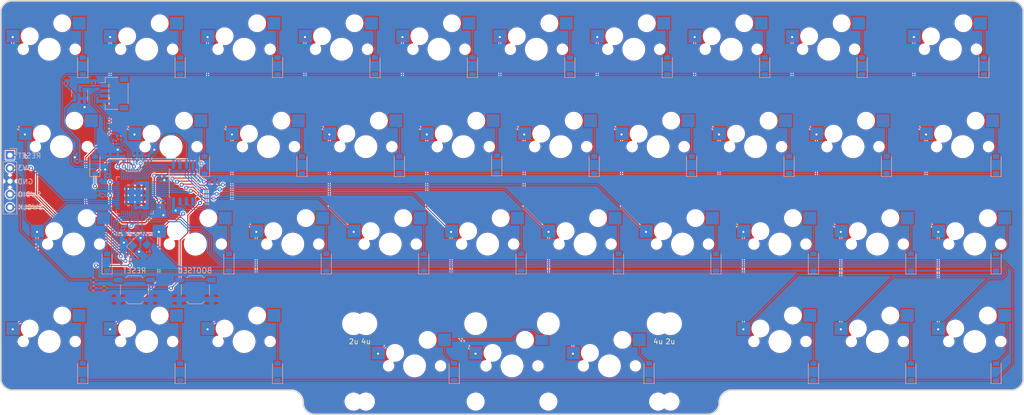
<source format=kicad_pcb>
(kicad_pcb (version 20221018) (generator pcbnew)
  (layers (0 "F.Cu" signal) (31 "B.Cu" signal) (34 "B.Paste" user) (35 "F.Paste" user) (36 "B.SilkS" user "B.Silkscreen") (37 "F.SilkS" user "F.Silkscreen") (38 "B.Mask" user) (39 "F.Mask" user) (44 "Edge.Cuts" user))
  (net 0 "")
  (net 1 "+1V1")
  (net 2 "GND")
  (net 3 "+3V3")
  (net 4 "XTAL_IN")
  (net 5 "Net-(C_Crystal2-Pad2)")
  (net 6 "+5V")
  (net 7 "row0")
  (net 8 "row1")
  (net 9 "row2")
  (net 10 "row3")
  (net 11 "D-")
  (net 12 "D+")
  (net 13 "RESET")
  (net 14 "SWDIO")
  (net 15 "SWCLK")
  (net 16 "col0")
  (net 17 "col1")
  (net 18 "col2")
  (net 19 "col3")
  (net 20 "col4")
  (net 21 "col5")
  (net 22 "col6")
  (net 23 "col7")
  (net 24 "col8")
  (net 25 "col9")
  (net 26 "XTAL_OUT")
  (net 27 "Net-(D1-A)")
  (net 28 "Net-(D2-A)")
  (net 29 "Net-(R_Flash1-Pad1)")
  (net 30 "CS")
  (net 31 "Net-(D3-A)")
  (net 32 "Net-(D4-A)")
  (net 33 "Net-(D5-A)")
  (net 34 "Net-(D6-A)")
  (net 35 "Net-(D7-A)")
  (net 36 "Net-(D8-A)")
  (net 37 "Net-(D9-A)")
  (net 38 "Net-(D10-A)")
  (net 39 "Net-(D11-A)")
  (net 40 "Net-(D12-A)")
  (net 41 "Net-(D13-A)")
  (net 42 "Net-(D14-A)")
  (net 43 "Net-(D15-A)")
  (net 44 "Net-(D16-A)")
  (net 45 "Net-(D17-A)")
  (net 46 "Net-(D18-A)")
  (net 47 "SD3")
  (net 48 "QSPI_CLK")
  (net 49 "SD0")
  (net 50 "SD2")
  (net 51 "SD1")
  (net 52 "Net-(D19-A)")
  (net 53 "Net-(D20-A)")
  (net 54 "Net-(D21-A)")
  (net 55 "Net-(D22-A)")
  (net 56 "Net-(D23-A)")
  (net 57 "Net-(D24-A)")
  (net 58 "Net-(D25-A)")
  (net 59 "Net-(D26-A)")
  (net 60 "Net-(D27-A)")
  (net 61 "Net-(D28-A)")
  (net 62 "Net-(D29-A)")
  (net 63 "Net-(D30-A)")
  (net 64 "Net-(D31-A)")
  (net 65 "Net-(D32-A)")
  (net 66 "Net-(D33-A)")
  (net 67 "Net-(D34-A)")
  (net 68 "Net-(D35-A)")
  (net 69 "Net-(D36-A)")
  (net 70 "Net-(D37-A)")
  (net 71 "Net-(D38-A)")
  (net 72 "Net-(U1-USB_DP)")
  (net 73 "Net-(U1-USB_DM)")
  (net 90 "Net-(R_Flash2-Pad2)")
  (footprint "MX_Only:MXOnly-1.5U-Hotswap" (layer "B.Cu") (at 233.3625 45.24375 180)
    (fp_text reference "MX35" hide)
    (fp_text value "CPG151101S11")
  )
  (footprint "Capacitor_SMD:C_0402_1005Metric" (layer "B.Cu") (at 76.200192 66.377511 45)
    (fp_text reference "C_1V-Decoup2" hide)
    (fp_text value "100n" hide)
  )
  (footprint "MX_Only:MXOnly-1U-Hotswap" (layer "B.Cu") (at 57.15 102.39375 180)
    (fp_text reference "MX4" hide)
    (fp_text value "CPG151101S11")
  )
  (footprint "MX_Only:MXOnly-1U-Hotswap" (layer "B.Cu") (at 57.15 45.24375 180)
    (fp_text reference "MX1" hide)
    (fp_text value "CPG151101S11")
  )
  (footprint "Diode_SMD:D_SOD-123" (layer "B.Cu") (at 87.511011 67.865682 90)
    (fp_text reference "D6" hide)
    (fp_text value "1N4148W" hide)
  )
  (footprint "Diode_SMD:D_SOD-123" (layer "B.Cu") (at 125.611043 67.865682 90)
    (fp_text reference "D14" hide)
    (fp_text value "1N4148W" hide)
  )
  (footprint "Capacitor_SMD:C_0402_1005Metric" (layer "B.Cu") (at 76.456095 85.171656 45)
    (fp_text reference "C_Crystal1" hide)
    (fp_text value "22p" hide)
  )
  (footprint "Button_Switch_SMD:SW_SPST_TL3342" (layer "B.Cu") (at 73.818936 92.27367)
    (fp_text reference "SW2" hide)
    (fp_text value "RESET")
  )
  (footprint "MX_Only:MXOnly-1U-Hotswap" (layer "B.Cu") (at 161.925 83.34375 180)
    (fp_text reference "MX22" hide)
    (fp_text value "CPG151101S11")
  )
  (footprint "Diode_SMD:D_SOD-123" (layer "B.Cu") (at 242.292391 86.915698 90)
    (fp_text reference "D37" hide)
    (fp_text value "1N4148W" hide)
  )
  (footprint "Resistor_SMD:R_0402_1005Metric" (layer "B.Cu") (at 73.298965 82.014526 45)
    (fp_text reference "R_Crystal1" hide)
    (fp_text value "1k" hide)
  )
  (footprint "MX_Only:MXOnly-1U-Hotswap" (layer "B.Cu") (at 138.1125 64.29375 180)
    (fp_text reference "MX17" hide)
    (fp_text value "CPG151101S11")
  )
  (footprint "MX_Only:MXOnly-1.25U-Hotswap" (layer "B.Cu") (at 59.53125 64.29375 180)
    (fp_text reference "MX2" hide)
    (fp_text value "CPG151101S11")
  )
  (footprint "MX_Only:MXOnly-1U-Hotswap" (layer "B.Cu") (at 104.775 83.34375 180)
    (fp_text reference "MX11" hide)
    (fp_text value "CPG151101S11")
  )
  (footprint "Resistor_SMD:R_0402_1005Metric" (layer "B.Cu") (at 65.782196 91.976013)
    (fp_text reference "R_Flash2" hide)
    (fp_text value "5k1" hide)
  )
  (footprint "MX_Only:MXOnly-1U-Hotswap" (layer "B.Cu") (at 100.0125 64.29375 180)
    (fp_text reference "MX10" hide)
    (fp_text value "CPG151101S11")
  )
  (footprint "MX_Only:MXOnly-1U-Hotswap" (layer "B.Cu") (at 142.875 83.34375 180)
    (fp_text reference "MX18" hide)
    (fp_text value "CPG151101S11")
  )
  (footprint "Diode_SMD:D_SOD-123" (layer "B.Cu") (at 144.661059 67.729743 90)
    (fp_text reference "D17" hide)
    (fp_text value "1N4148W" hide)
  )
  (footprint "MX_Only:MXOnly-1U-Hotswap" (layer "B.Cu") (at 200.025 102.39375 180)
    (fp_text reference "MX30" hide)
    (fp_text value "CPG151101S11")
  )
  (footprint "Resistor_SMD:R_0402_1005Metric" (layer "B.Cu") (at 86.915844 73.521279 90)
    (fp_text reference "R_Flash1" hide)
    (fp_text value "1k" hide)
  )
  (footprint "Button_Switch_SMD:SW_SPST_TL3342" (layer "B.Cu") (at 85.725216 92.27367)
    (fp_text reference "SW1" hide)
    (fp_text value "BOOTSEL")
  )
  (footprint "Resistor_SMD:R_0402_1005Metric" (layer "B.Cu") (at 67.865796 91.976013)
    (fp_text reference "R_Flash3" hide)
    (fp_text value "5k1" hide)
  )
  (footprint "Diode_SMD:D_SOD-123" (layer "B.Cu") (at 82.748507 108.346966 90)
    (fp_text reference "D8" hide)
    (fp_text value "1N4148W" hide)
  )
  (footprint "Diode_SMD:D_SOD-123" (layer "B.Cu") (at 158.948838 48.518091 90)
    (fp_text reference "D20" hide)
    (fp_text value "1N4148W" hide)
  )
  (footprint "Diode_SMD:D_SOD-123" (layer "B.Cu") (at 130.373547 86.915698 90)
    (fp_text reference "D15" hide)
    (fp_text value "1N4148W" hide)
  )
  (footprint "Diode_SMD:D_SOD-123" (layer "B.Cu") (at 216.098619 48.518091 90)
    (fp_text reference "D31" hide)
    (fp_text value "1N4148W" hide)
  )
  (footprint "Capacitor_SMD:C_0402_1005Metric" (layer "B.Cu") (at 69.056424 66.675168 90)
    (fp_text reference "C_3V-Decoup2" hide)
    (fp_text value "1u" hide)
  )
  (footprint "MX_Only:MXOnly-2U-Hotswap-ReversedStabilizers" (layer "B.Cu") (at 166.6875 107.15652 180)
    (fp_text reference "MX23" hide)
    (fp_text value "CPG151101S11")
  )
  (footprint "Diode_SMD:D_SOD-123" (layer "B.Cu") (at 120.848742 48.518091 90)
    (fp_text reference "D13" hide)
    (fp_text value "1N4148W" hide)
  )
  (footprint "Diode_SMD:D_SOD-123" (layer "B.Cu") (at 174.426709 108.346966 90)
    (fp_text reference "D23" hide)
    (fp_text value "1N4148W" hide)
  )
  (footprint "MX_Only:MXOnly-1U-Hotswap" (layer "B.Cu") (at 219.075 83.34375 180)
    (fp_text reference "MX33" hide)
    (fp_text value "CPG151101S11")
  )
  (footprint "Capacitor_SMD:C_0402_1005Metric" (layer "B.Cu") (at 70.544709 66.675168 90)
    (fp_text reference "C_3V-Decoup7" hide)
    (fp_text value "100n" hide)
  )
  (footprint "Diode_SMD:D_SOD-123" (layer "B.Cu") (at 220.861123 67.865682 90)
    (fp_text reference "D32" hide)
    (fp_text value "1N4148W" hide)
  )
  (footprint "Diode_SMD:D_SOD-123" (layer "B.Cu") (at 63.698491 108.346966 90)
    (fp_text reference "D4" hide)
    (fp_text value "1N4148W" hide)
  )
  (footprint "MX_Only:MXOnly-1U-Hotswap" (layer "B.Cu") (at 114.3 45.24375 180)
    (fp_text reference "MX13" hide)
    (fp_text value "CPG151101S11")
  )
  (footprint "Capacitor_SMD:C_0402_1005Metric" (layer "B.Cu") (at 79.474419 75.307221 -90)
    (fp_text reference "C_3V-Decoup9" hide)
    (fp_text value "100n" hide)
  )
  (footprint "Capacitor_SMD:C_0402_1005Metric" (layer "B.Cu") (at 67.568139 73.818936 180)
    (fp_text reference "C_3V-Decoup4" hide)
    (fp_text value "100n" hide)
  )
  (footprint "Diode_SMD:D_SOD-123" (layer "B.Cu") (at 187.523595 86.915698 90)
    (fp_text reference "D26" hide)
    (fp_text value "1N4148W" hide)
  )
  (footprint "MX_Only:MXOnly-1U-Hotswap" (layer "B.Cu") (at 200.025 83.34375 180)
    (fp_text reference "MX29" hide)
    (fp_text value "CPG151101S11")
  )
  (footprint "Diode_SMD:D_SOD-123" (layer "B.Cu") (at 201.811107 67.865682 90)
    (fp_text reference "D28" hide)
    (fp_text value "1N4148W" hide)
  )
  (footprint "MX_Only:MXOnly-1U-Hotswap" (layer "B.Cu") (at 123.825 83.34375 180)
    (fp_text reference "MX15" hide)
    (fp_text value "CPG151101S11")
  )
  (footprint "Resistor_SMD:R_0402_1005Metric" (layer "B.Cu") (at 70.842366 62.50797 -45)
    (fp_text reference "R_DATA1" hide)
    (fp_text value "27" hide)
  )
  (footprint "MX_Only:MXOnly-2U-Hotswap-ReversedStabilizers" (layer "B.Cu") (at 147.6375 107.15652 180)
    (fp_text reference "MX39" hide)
    (fp_text value "CPG151101S11")
  )
  (footprint "MX_Only:MXOnly-1U-Hotswap" (layer "B.Cu") (at 119.0625 64.29375 180)
    (fp_text reference "MX14" hide)
    (fp_text value "CPG151101S11")
  )
  (footprint "MX_Only:MXOnly-1U-Hotswap" (layer "B.Cu") (at 133.35 45.24375 180)
    (fp_text reference "MX16" hide)
    (fp_text value "CPG151101S11")
  )
  (footprint "MX_Only:MXOnly-1U-Hotswap" (layer "B.Cu") (at 76.2 45.24375 180)
    (fp_text reference "MX5" hide)
    (fp_text value "CPG151101S11")
  )
  (footprint "Capacitor_SMD:C_0402_1005Metric" (layer "B.Cu") (at 72.405995 81.121556 -135)
    (fp_text reference "C_3V-Decoup8" hide)
    (fp_text value "100n" hide)
  )
  (footprint "MX_Only:MXOnly-1U-Hotswap" (layer "B.Cu") (at 171.45 45.24375 180)
    (fp_text reference "MX24" hide)
    (fp_text value "CPG151101S11")
  )
  (footprint "Capacitor_SMD:C_0402_1005Metric" (layer "B.Cu") (at 88.999443 71.140023)
    (fp_text reference "C_Flash1" hide)
    (fp_text value "100n" hide)
  )
  (footprint "MX_Only:MXOnly-1U-Hotswap" (layer "B.Cu") (at 157.1625 64.29375 180)
    (fp_text reference "MX21" hide)
    (fp_text value "CPG151101S11")
  )
  (footprint "MX_Only:MXOnly-1U-Hotswap" (layer "B.Cu") (at 214.3125 64.29375 180)
    (fp_text reference "MX32" hide)
    (fp_text value "CPG151101S11")
  )
  (footprint "MX_Only:MXOnly-1U-Hotswap" (layer "B.Cu") (at 238.125 102.39375 180)
    (fp_text reference "MX38" hide)
    (fp_text value "CPG151101S11")
  )
  (footprint "Diode_SMD:D_SOD-123" (layer "B.Cu") (at 106.561027 67.865682 90)
    (fp_text reference "D10" hide)
    (fp_text value "1N4148W" hide)
  )
  (footprint "MX_Only:MXOnly-1U-Hotswap" (layer "B.Cu") (at 152.4 45.24375 180)
    (fp_text reference "MX20" hide)
    (fp_text value "CPG151101S11")
  )
  (footprint "Diode_SMD:D_SOD-123" (layer "B.Cu") (at 239.911139 48.518091 90)
    (fp_text reference "D35" hide)
    (fp_text value "1N4148W" hide)
  )
  (footprint "MX_Only:MXOnly-1U-Hotswap" (layer "B.Cu") (at 80.9625 64.29375 180)
    (fp_text reference "MX6" hide)
    (fp_text value "CPG151101S11")
  )
  (footprint "Diode_SMD:D_SOD-123" (layer "B.Cu") (at 242.292391 108.346966 90)
    (fp_text reference "D38" hide)
    (fp_text value "1N4148W" hide)
  )
  (footprint "Diode_SMD:D_SOD-123" (layer "B.Cu") (at 136.326677 108.346966 90)
    (fp_text reference "D19" hide)
    (fp_text value "1N4148W" hide)
  )
  (footprint "Package_TO_SOT_SMD:SOT-23" (layer "B.Cu") (at 63.103284 53.875917 90)
    (fp_text reference "U3" hide)
    (fp_text value "XC6206P332MR" hide)
  )
  (footprint "MX_Only:MXOnly-1.25U-Hotswap" (layer "B.Cu") (at 235.74375 64.29375 180)
    (fp_text reference "MX36" hide)
    (fp_text value "CPG151101S11")
  )
  (footprint "Diode_SMD:D_SOD-123" (layer "B.Cu") (at 182.761091 67.865682 90)
    (fp_text reference "D25" hide)
    (fp_text value "1N4148W" hide)
  )
  (footprint "MX_Only:MXOnly-1U-Hotswap" (layer "B.Cu") (at 238.125 83.34375 180)
    (fp_text reference "MX37" hide)
    (fp_text value "CPG151101S11")
  )
  (footprint "MX_Only:MXOnly-1U-Hotswap" (layer "B.Cu") (at 76.2 102.39375 180)
    (fp_text reference "MX8" hide)
    (fp_text value "CPG151101S11")
  )
  (footprint "Diode_SMD:D_SOD-123" (layer "B.Cu") (at 111.323531 86.915698 90)
    (fp_text reference "D11" hide)
    (fp_text value "1N4148W" hide)
  )
  (footprint "Capacitor_SMD:C_0402_1005Metric" (layer "B.Cu") (at 71.564094 80.279655 -135)
    (fp_text reference "C_1V-Decoup3" hide)
    (fp_text value "100n" hide)
  )
  (footprint "MX_Only:MXOnly-1U-Hotswap" (layer "B.Cu") (at 180.975 83.34375 180)
    (fp_text reference "MX26" hide)
    (fp_text value "CPG151101S11")
  )
  (footprint "Diode_SMD:D_SOD-123" (layer "B.Cu") (at 149.423563 86.915698 90)
    (fp_text reference "D18" hide)
    (fp_text value "1N4148W" hide)
  )
  (footprint "MX_Only:MXOnly-1U-Hotswap" (layer "B.Cu") (at 95.25 45.24375 180)
    (fp_text reference "MX9" hide)
    (fp_text value "CPG151101S11")
  )
  (footprint "Diode_SMD:D_SOD-123" (layer "B.Cu") (at 225.623627 108.346966 90)
    (fp_text reference "D34" hide)
    (fp_text value "1N4148W" hide)
  )
  (footprint "Diode_SMD:D_SOD-123" (layer "B.Cu") (at 66.079743 67.865682 90)
    (fp_text reference "D2" hide)
    (fp_text value "1N4148W" hide)
  )
  (footprint "Diode_SMD:D_SOD-123" (layer "B.Cu") (at 68.460995 86.915698 90)
    (fp_text reference "D3" hide)
    (fp_text value "1N4148W" hide)
  )
  (footprint "Diode_SMD:D_SOD-123" (layer "B.Cu") (at 206.573611 86.915698 90)
    (fp_text reference "D29" hide)
    (fp_text value "1N4148W" hide)
  )
  (footprint "Diode_SMD:D_SOD-123" (layer "B.Cu") (at 139.89879 48.518091 90)
    (fp_text reference "D16" hide)
    (fp_text value "1N4148W" hide)
  )
  (footprint "Capacitor_SMD:C_0402_1005Metric" (layer "B.Cu") (at 79.176762 69.949395)
    (fp_text reference "C_3V-Decoup6" hide)
    (fp_text value "100n" hide)
  )
  (footprint "Diode_SMD:D_SOD-123" (layer "B.Cu") (at 206.573611 108.346966 90)
    (fp_text reference "D30" hide)
    (fp_text value "1N4148W" hide)
  )
  (footprint "Diode_SMD:D_SOD-123" (layer "B.Cu") (at 63.698598 48.518091 90)
    (fp_text reference "D1" hide)
    (fp_text value "1N4148W" hide)
  )
  (footprint "Capacitor_SMD:C_0402_1005Metric" (layer "B.Cu") (at 62.623284 67.155168 180)
    (fp_text reference "C_3V-Decoup1" hide)
    (fp_text value "10u" hide)
  )
  (footprint "Capacitor_SMD:C_0402_1005Metric" (layer "B.Cu") (at 65.782197 51.895917 90)
    (fp_text reference "C_LD1" hide)
    (fp_text value "1u" hide)
  )
  (footprint "MX_Only:MXOnly-1U-Hotswap" (layer "B.Cu") (at 85.725 83.34375 180)
    (fp_text reference "MX7" hide)
    (fp_text value "CPG151101S11")
  )
  (footprint "Resistor_SMD:R_0402_1005Metric" (layer "B.Cu") (at 65.782197 90.37367)
    (fp_text reference "R_RST1" hide)
    (fp_text value "5k1" hide)
  )
  (footprint "MX_Only:MXOnly-1U-Hotswap" (layer "B.Cu") (at 95.25 102.39375 180)
    (fp_text reference "MX12" hide)
    (fp_text value "CPG151101S11")
  )
  (footprint "MX_Only:MXOnly-1.5U-Hotswap" (layer "B.Cu") (at 61.9125 83.34375 180)
    (fp_text reference "MX3" hide)
    (fp_text value "CPG151101S11")
  )
  (footprint "Package_SO:SOIC-8_5.23x5.23mm_P1.27mm" (layer "B.Cu") (at 83.34382 71.43756 90)
    (fp_text reference "U2" hide)
    (fp_text value "W25Q128JVS" hide)
  )
  (footprint "Diode_SMD:D_SOD-123" (layer "B.Cu") (at 225.623627 86.915698 90)
    (fp_text reference "D33" hide)
    (fp_text value "1N4148W" hide)
  )
  (footprint "Diode_SMD:D_SOD-123" (layer "B.Cu") (at 242.292391 67.865682 90)
    (fp_text reference "D36" hide)
    (fp_text value "1N4148W" hide)
  )
  (footprint "Diode_SMD:D_SOD-123" (layer "B.Cu") (at 92.273515 86.915698 90)
    (fp_text reference "D7" hide)
    (fp_text value "1N4148W" hide)
  )
  (footprint "Diode_SMD:D_SOD-123" (layer "B.Cu") (at 101.798523 108.346966 90)
    (fp_text reference "D12" hide)
    (fp_text value "1N4148W" hide)
  )
  (footprint "Capacitor_SMD:C_0402_1005Metric" (layer "B.Cu") (at 71.735337 66.675168 90)
    (fp_text reference "C_1V-Decoup1" hide)
    (fp_text value "1u" hide)
  )
  (footprint "Capacitor_SMD:C_0402_1005Metric" (layer "B.Cu") (at 74.04272 66.377511 45)
    (fp_text reference "C_3V-Decoup3" hide)
    (fp_text value "100n" hide)
  )
  (footprint "MX_Only:MXOnly-1U-Hotswap" (layer "B.Cu") (at 190.5 45.24375 180)
    (fp_text reference "MX27" hide)
    (fp_text value "CPG151101S11")
  )
  (footprint "Diode_SMD:D_SOD-123" (layer "B.Cu") (at 168.473579 86.915698 90)
    (fp_text reference "D22" hide)
    (fp_text value "1N4148W" hide)
  )
  (footprint "cipulot_parts:RP2040-QFN-56" (layer "B.Cu") (at 73.903308 73.818936 180)
    (fp_text reference "U1" hide)
    (fp_text value "RP2040" hide)
  )
  (footprint "Connector_PinHeader_2.54mm:PinHeader_1x05_P2.54mm_Vertical" (layer "B.Cu") (at 49.475 65.96875 180)
    (fp_text reference "J2" hide)
    (fp_text value "SWD" hide)
  )
  (footprint "Diode_SMD:D_SOD-123" (layer "B.Cu") (at 197.048603 48.518091 90)
    (fp_text reference "D27" hide)
    (fp_text value "1N4148W" hide)
  )
  (footprint "Capacitor_SMD:C_0402_1005Metric" (layer "B.Cu") (at 72.959554 85.46367 135)
    (fp_text reference "C_Crystal2" hide)
    (fp_text value "22p" hide)
  )
  (footprint "MX_Only:MXOnly-1U-Hotswap" (layer "B.Cu") (at 195.2625 64.29375 180)
    (fp_text reference "MX28" hide)
    (fp_text value "CPG151101S11")
  )
  (footprint "MX_Only:MXOnly-1U-Hotswap" (layer "B.Cu") (at 176.2125 64.29375 180)
    (fp_text reference "MX25" hide)
    (fp_text value "CPG151101S11")
  )
  (footprint "Diode_SMD:D_SOD-123" (layer "B.Cu") (at 101.798694 48.518091 90)
    (fp_text reference "D9" hide)
    (fp_text value "1N4148W" hide)
  )
  (footprint "Diode_SMD:D_SOD-123" (layer "B.Cu") (at 177.998587 48.518091 90)
    (fp_text reference "D24" hide)
    (fp_text value "1N4148W" hide)
  )
  (footprint "Capacitor_SMD:C_0402_1005Metric" (layer "B.Cu") (at 68.576424 69.949395 180)
    (fp_text reference "C_3V-Decoup5" hide)
    (fp_text value "100n" hide)
  )
  (footprint "Resistor_SMD:R_0402_1005Metric" (layer "B.Cu") (at 69.949395 63.400941 -45)
    (fp_text reference "R_DATA2" hide)
    (fp_text value "27" hide)
  )
  (footprint "MX_Only:MXOnly-1U-Hotswap" (layer "B.Cu") (at 219.075 102.39375 180)
    (fp_text reference "MX34" hide)
    (fp_text value "CPG151101S11")
  )
  (footprint "Capacitor_SMD:C_0402_1005Metric" (layer "B.Cu") (at 60.424371 51.895917 90)
    (fp_text reference "C_LD2" hide)
    (fp_text value "1u" hide)
  )
  (footprint "Connector_JST:JST_SH_SM04B-SRSS-TB_1x04-1MP_P1.00mm_Horizontal" (layer "B.Cu") (at 69.875 53.875917 -90)
    (fp_text reference "J1" hide)
    (fp_text value "SM04B-SRSS-TB(LF)(SN)" hide)
  )
  (footprint "MX_Only:MXOnly-2U-Hotswap-ReversedStabilizers" (layer "B.Cu") (at 128.5875 107.15625 180)
    (fp_text reference "MX19" hide)
    (fp_text value "CPG151101S11")
  )
  (footprint "Diode_SMD:D_SOD-123" (layer "B.Cu") (at 163.711075 67.865682 90)
    (fp_text reference "D21" hide)
    (fp_text value "1N4148W" hide)
  )
  (footprint "Crystal:Crystal_SMD_3225-4Pin_3.2x2.5mm" (layer "B.Cu") (at 74.853832 83.569393 45)
    (fp_text reference "Y1" hide)
    (fp_text value "12MHz" hide)
  )
  (footprint "Diode_SMD:D_SOD-123" (layer "B.Cu") (at 82.748646 48.518091 90)
    (fp_text reference "D5" hide)
    (fp_text value "1N4148W" hide)
  )
  (footprint "MX_Only:MXOnly-1U-Hotswap" (layer "B.Cu") (at 209.55 45.24375 180)
    (fp_text reference "MX31" hide)
    (fp_text value "CPG151101S11")
  )
  (gr_arc (start 47.625 37.816695) (mid 48.402534 36.284445) (end 50.025 35.71875) (stroke (width 0.2)) (layer "Edge.Cuts"))
  (gr_line (start 50.025 35.71875) (end 245.575 35.71875) (stroke (width 0.2)) (layer "Edge.Cuts"))
  (gr_arc (start 104.464786 111.91875) (mid 106.149651 112.727629) (end 106.769059 114.490976) (stroke (width 0.2)) (layer "Edge.Cuts"))
  (gr_arc (start 49.725 111.91875) (mid 48.186856 111.128971) (end 47.625 109.49375) (stroke (width 0.2)) (layer "Edge.Cuts"))
  (gr_line (start 109.239786 116.68125) (end 185.725 116.68125) (stroke (width 0.2)) (layer "Edge.Cuts"))
  (gr_arc (start 247.65 109.805616) (mid 246.870183 111.347288) (end 245.239786 111.91875) (stroke (width 0.2)) (layer "Edge.Cuts"))
  (gr_arc (start 109.239786 116.68125) (mid 107.550805 116.097813) (end 106.769059 114.490976) (stroke (width 0.2)) (layer "Edge.Cuts"))
  (gr_arc (start 188.195727 114.461762) (mid 188.82117 112.712988) (end 190.5 111.91875) (stroke (width 0.2)) (layer "Edge.Cuts"))
  (gr_line (start 190.5 111.91875) (end 245.239786 111.91875) (stroke (width 0.2)) (layer "Edge.Cuts"))
  (gr_line (start 47.625 109.49375) (end 47.625 37.816695) (stroke (width 0.2)) (layer "Edge.Cuts"))
  (gr_line (start 49.725 111.91875) (end 104.464786 111.91875) (stroke (width 0.2)) (layer "Edge.Cuts"))
  (gr_arc (start 245.575 35.71875) (mid 247.092505 36.493769) (end 247.65 38.103964) (stroke (width 0.2)) (layer "Edge.Cuts"))
  (gr_line (start 247.65 38.103964) (end 247.65 109.805616) (stroke (width 0.2)) (layer "Edge.Cuts"))
  (gr_arc (start 188.195727 114.461762) (mid 187.420038 116.083223) (end 185.725 116.68125) (stroke (width 0.2)) (layer "Edge.Cuts"))
  (gr_text "3V3" (at 52.387632 68.46111) (layer "B.SilkS") (effects (font (size 1 1)) (justify mirror)))
  (gr_text "RESET\n" (at 53.280603 66.079854) (layer "B.SilkS") (effects (font (size 1 1)) (justify mirror)))
  (gr_text "GND" (at 52.475 71.140023) (layer "B.SilkS") (effects (font (size 1 1)) (justify mirror)))
  (gr_text "SWCLK" (at 53.475 76.14375) (layer "B.SilkS") (effects (font (size 1 1)) (justify mirror)))
  (gr_text "SWDIO" (at 53.275 73.64375) (layer "B.SilkS") (effects (font (size 1 1)) (justify mirror)))
  (gr_text "4u" (at 176.212648 102.393836) (layer "F.SilkS") (effects (font (size 1 1))))
  (gr_text "2u" (at 116.681348 102.393836) (layer "F.SilkS") (effects (font (size 1 1))))
  (gr_text "4u" (at 119.075 102.393836) (layer "F.SilkS") (effects (font (size 1 1))))
  (gr_text "2u" (at 178.5939 102.393836) (layer "F.SilkS") (effects (font (size 1 1))))
  (segment (start 71.735337 68.163453) (end 72.435337 68.863453) (width 0.2) (layer "F.Cu") (net 1))
  (segment (start 72.435337 68.863453) (end 74.607221 68.863453) (width 0.2) (layer "F.Cu") (net 1))
  (segment (start 75.009564 68.46111) (end 75.009564 67.568139) (width 0.2) (layer "F.Cu") (net 1))
  (segment (start 74.607221 68.863453) (end 75.009564 68.46111) (width 0.2) (layer "F.Cu") (net 1))
  (via (at 71.735337 68.163453) (size 0.8) (drill 0.4) (layers "F.Cu" "B.Cu") (net 1))
  (via (at 75.009564 67.568139) (size 0.8) (drill 0.4) (layers "F.Cu" "B.Cu") (net 1))
  (segment (start 71.903505 79.940244) (end 73.303308 78.540441) (width 0.2) (layer "B.Cu") (net 1))
  (segment (start 71.735337 67.155168) (end 71.735337 68.163453) (width 0.2) (layer "B.Cu") (net 1))
  (segment (start 75.009564 68.013937) (end 74.103309 68.920192) (width 0.2) (layer "B.Cu") (net 1))
  (segment (start 72.263397 75.718936) (end 72.003308 75.458847) (width 0.2) (layer "B.Cu") (net 1))
  (segment (start 72.003308 75.458847) (end 72.003308 72.179025) (width 0.2) (layer "B.Cu") (net 1))
  (segment (start 72.003308 72.179025) (end 72.263397 71.918936) (width 0.2) (layer "B.Cu") (net 1))
  (segment (start 74.103308 70.913911) (end 74.103308 70.381436) (width 0.2) (layer "B.Cu") (net 1))
  (segment (start 72.263397 71.918936) (end 73.098283 71.918936) (width 0.2) (layer "B.Cu") (net 1))
  (segment (start 73.303308 77.256436) (end 73.303308 75.982221) (width 0.2) (layer "B.Cu") (net 1))
  (segment (start 73.303308 78.540441) (end 73.303308 77.256436) (width 0.2) (layer "B.Cu") (net 1))
  (segment (start 72.103308 70.381436) (end 72.103308 68.531424) (width 0.2) (layer "B.Cu") (net 1))
  (segment (start 72.103308 68.531424) (end 71.735337 68.163453) (width 0.2) (layer "B.Cu") (net 1))
  (segment (start 74.103309 68.920192) (end 74.103308 70.381436) (width 0.2) (layer "B.Cu") (net 1))
  (segment (start 73.303308 75.982221) (end 73.040023 75.718936) (width 0.2) (layer "B.Cu") (net 1))
  (segment (start 73.098283 71.918936) (end 74.103308 70.913911) (width 0.2) (layer "B.Cu") (net 1))
  (segment (start 75.860781 66.716922) (end 75.009564 67.568139) (width 0.2) (layer "B.Cu") (net 1))
  (segment (start 75.009564 67.568139) (end 75.009564 68.013937) (width 0.2) (layer "B.Cu") (net 1))
  (segment (start 73.040023 75.718936) (end 72.263397 75.718936) (width 0.2) (layer "B.Cu") (net 1))
  (segment (start 73.903308 72.543936) (end 75.178308 73.818936) (width 0.65) (layer "F.Cu") (net 2))
  (segment (start 73.903308 75.093936) (end 75.178308 73.818936) (width 0.65) (layer "F.Cu") (net 2))
  (segment (start 72.628308 73.818936) (end 73.903308 75.093936) (width 0.65) (layer "F.Cu") (net 2))
  (segment (start 72.628308 75.093936) (end 75.178308 72.543936) (width 0.65) (layer "F.Cu") (net 2))
  (segment (start 72.628308 72.543936) (end 75.178308 75.093936) (width 0.65) (layer "F.Cu") (net 2))
  (segment (start 72.628308 73.818936) (end 73.903308 72.543936) (width 0.65) (layer "F.Cu") (net 2))
  (via (at 71.735337 83.046303) (size 0.8) (drill 0.4) (layers "F.Cu" "B.Cu") (net 2))
  (via (at 79.474419 77.688477) (size 0.8) (drill 0.4) (layers "F.Cu" "B.Cu") (net 2))
  (via (at 75.009564 82.153332) (size 0.8) (drill 0.4) (layers "F.Cu" "B.Cu") (net 2))
  (via (at 64.053284 56.55483) (size 0.8) (drill 0.4) (layers "F.Cu" "B.Cu") (net 2))
  (via (at 68.096424 68.758767) (size 0.8) (drill 0.4) (layers "F.Cu" "B.Cu") (net 2))
  (via (at 74.711907 84.832245) (size 0.8) (drill 0.4) (layers "F.Cu" "B.Cu") (net 2))
  (via (at 79.656762 70.842366) (size 0.8) (drill 0.4) (layers "F.Cu" "B.Cu") (net 2))
  (via (at 62.143284 66.377511) (size 0.8) (drill 0.4) (layers "F.Cu" "B.Cu") (net 2))
  (via (at 81.855675 76.795506) (size 0.8) (drill 0.4) (layers "F.Cu" "B.Cu") (net 2))
  (via (at 77.688477 64.889226) (size 0.8) (drill 0.4) (layers "F.Cu" "B.Cu") (net 2))
  (via (at 70.544709 64.889226) (size 0.8) (drill 0.4) (layers "F.Cu" "B.Cu") (net 2))
  (segment (start 75.437862 84.832245) (end 76.116684 85.511067) (width 0.3) (layer "B.Cu") (net 2))
  (segment (start 81.43882 76.378651) (end 81.855675 76.795506) (width 0.3) (layer "B.Cu") (net 2))
  (segment (start 74.382131 66.0381) (end 76.539603 66.0381) (width 0.2) (layer "B.Cu") (net 2))
  (segment (start 74.711907 84.832245) (end 75.437862 84.832245) (width 0.3) (layer "B.Cu") (net 2))
  (segment (start 62.143284 66.377511) (end 62.143284 67.155168) (width 0.2) (layer "B.Cu") (net 2))
  (segment (start 74.963451 82.257693) (end 74.963451 84.580701) (width 0.3) (layer "B.Cu") (net 2))
  (segment (start 74.269801 84.832245) (end 73.298965 85.803081) (width 0.3) (layer "B.Cu") (net 2))
  (segment (start 74.903308 77.256436) (end 74.903308 74.818936) (width 0.2) (layer "B.Cu") (net 2))
  (segment (start 81.43882 75.03756) (end 81.43882 76.378651) (width 0.3) (layer "B.Cu") (net 2))
  (segment (start 77.843163 69.794709) (end 86.040038 69.794709) (width 0.3) (layer "F.Cu") (net 3))
  (segment (start 86.040038 69.794709) (end 87.385352 71.140023) (width 0.3) (layer "F.Cu") (net 3))
  (segment (start 70.544709 68.163453) (end 71.294709 67.413453) (width 0.3) (layer "F.Cu") (net 3))
  (segment (start 75.902535 79.176762) (end 78.581448 76.497849) (width 0.3) (layer "F.Cu") (net 3))
  (segment (start 71.294709 67.413453) (end 72.953309 67.413453) (width 0.3) (layer "F.Cu") (net 3))
  (segment (start 69.056424 71.218936) (end 69.056424 73.818936) (width 0.3) (layer "F.Cu") (net 3))
  (segment (start 69.056424 73.818936) (end 69.056424 76.795506) (width 0.3) (layer "F.Cu") (net 3))
  (segment (start 78.581448 76.497849) (end 78.581448 74.818936) (width 0.3) (layer "F.Cu") (net 3))
  (segment (start 73.223622 79.772076) (end 73.818936 79.176762) (width 0.3) (layer "F.Cu") (net 3))
  (segment (start 77.688477 69.949395) (end 77.688477 73.925965) (width 0.3) (layer "F.Cu") (net 3))
  (segment (start 71.43768 79.176762) (end 75.902535 79.176762) (width 0.3) (layer "F.Cu") (net 3))
  (segment (start 69.056424 76.795506) (end 71.43768 79.176762) (width 0.3) (layer "F.Cu") (net 3))
  (segment (start 77.688477 73.925965) (end 78.581448 74.818936) (width 0.3) (layer "F.Cu") (net 3))
  (segment (start 49.475 68.50875) (end 53.53062 68.50875) (width 0.2) (layer "F.Cu") (net 3))
  (segment (start 72.953309 67.413453) (end 73.703309 68.163453) (width 0.3) (layer "F.Cu") (net 3))
  (segment (start 77.688477 69.949395) (end 77.843163 69.794709) (width 0.3) (layer "F.Cu") (net 3))
  (via (at 87.385352 71.140023) (size 0.8) (drill 0.4) (layers "F.Cu" "B.Cu") (net 3))
  (via (at 70.544709 68.163453) (size 0.8) (drill 0.4) (layers "F.Cu" "B.Cu") (net 3))
  (via (at 53.57826 68.50875) (size 0.8) (drill 0.4) (layers "F.Cu" "B.Cu") (net 3))
  (via (at 78.581448 74.818936) (size 0.8) (drill 0.4) (layers "F.Cu" "B.Cu") (net 3))
  (via (at 77.688477 69.949395) (size 0.8) (drill 0.4) (layers "F.Cu" "B.Cu") (net 3))
  (via (at 73.223622 79.772076) (size 0.8) (drill 0.4) (layers "F.Cu" "B.Cu") (net 3))
  (via (at 73.703309 68.163453) (size 0.8) (drill 0.4) (layers "F.Cu" "B.Cu") (net 3))
  (via (at 69.056424 71.218936) (size 0.8) (drill 0.4) (layers "F.Cu" "B.Cu") (net 3))
  (via (at 69.056424 73.818936) (size 0.8) (drill 0.4) (layers "F.Cu" "B.Cu") (net 3))
  (segment (start 71.703308 70.381436) (end 71.703308 69.322052) (width 0.2) (layer "B.Cu") (net 3))
  (segment (start 72.745406 80.782145) (end 72.745406 80.250292) (width 0.2) (layer "B.Cu") (net 3))
  (segment (start 70.544709 67.155168) (end 70.544709 68.163453) (width 0.3) (layer "B.Cu") (net 3))
  (segment (start 62.153284 54.813417) (end 62.153284 54.10483) (width 0.3) (layer "B.Cu") (net 3))
  (segment (start 69.933333 74.818936) (end 70.465808 74.818936) (width 0.2) (layer "B.Cu") (net 3))
  (segment (start 73.703308 77.256436) (end 73.703308 79.29239) (width 0.2) (layer "B.Cu") (net 3))
  (segment (start 79.206762 74.818936) (end 79.206762 74.827221) (width 0.2) (layer "B.Cu") (net 3))
  (segment (start 69.056424 67.155168) (end 69.056424 71.218936) (width 0.3) (layer "B.Cu") (net 3))
  (segment (start 77.340808 71.218936) (end 77.907221 71.218936) (width 0.2) (layer "B.Cu") (net 3))
  (segment (start 69.056424 67.155168) (end 63.103284 67.155168) (width 0.3) (layer "B.Cu") (net 3))
  (segment (start 65.272197 90.37367) (end 65.272197 91.976012) (width 0.25) (layer "B.Cu") (net 3))
  (segment (start 53.57826 68.50875) (end 59.888446 74.818936) (width 0.2) (layer "B.Cu") (net 3))
  (segment (start 73.703308 79.29239) (end 73.223622 79.772076) (width 0.2) (layer "B.Cu") (net 3))
  (segment (start 63.103284 63.103284) (end 60.16725 60.16725) (width 0.3) (layer "B.Cu") (net 3))
  (segment (start 49.475 68.50875) (end 51.494661 70.528411) (width 0.25) (layer "B.Cu") (net 3))
  (segment (start 71.303308 70.381436) (end 71.303308 68.922052) (width 0.2) (layer "B.Cu") (net 3))
  (segment (start 51.494661 70.528411) (end 51.494661 80.645911) (width 0.25) (layer "B.Cu") (net 3))
  (segment (start 73.303308 68.563454) (end 73.703309 68.163453) (width 0.2) (layer "B.Cu") (net 3))
  (segment (start 61.22242 90.37367) (end 65.272197 90.37367) (width 0.25) (layer "B.Cu") (net 3))
  (segment (start 63.103284 67.155168) (end 63.103284 63.103284) (width 0.3) (layer "B.Cu") (net 3))
  (segment (start 69.056424 73.942027) (end 69.933333 74.818936) (width 0.2) (layer "B.Cu") (net 3))
  (segment (start 77.340808 74.818936) (end 79.206762 74.818936) (width 0.2) (layer "B.Cu") (net 3))
  (segment (start 60.16725 56.799451) (end 62.153284 54.813417) (width 0.3) (layer "B.Cu") (net 3))
  (segment (start 71.303308 68.922052) (end 70.544709 68.163453) (width 0.2) (layer "B.Cu") (net 3))
  (segment (start 73.703309 66.716922) (end 73.703309 68.163453) (width 0.2) (layer "B.Cu") (net 3))
  (segment (start 69.056424 73.818936) (end 68.048139 73.818936) (width 0.3) (layer "B.Cu") (net 3))
  (segment (start 73.303308 70.381436) (end 73.303308 68.563454) (width 0.2) (layer "B.Cu") (net 3))
  (segment (start 70.465808 71.218936) (end 69.056424 71.218936) (width 0.2) (layer "B.Cu") (net 3))
  (segment (start 77.907221 71.218936) (end 78.696762 70.429395) (width 0.2) (layer "B.Cu") (net 3))
  (segment (start 69.056424 67.155168) (end 70.544709 67.155168) (width 0.3) (layer "B.Cu") (net 3))
  (segment (start 73.703308 68.163454) (end 73.703309 68.163453) (width 0.2) (layer "B.Cu") (net 3))
  (segment (start 77.688477 69.949395) (end 78.696762 69.949395) (width 0.2) (layer "B.Cu") (net 3))
  (segment (start 59.888446 74.818936) (end 70.465808 74.818936) (width 0.2) (layer "B.Cu") (net 3))
  (segment (start 87.385352 71.140023) (end 85.24882 69.003491) (width 0.3) (layer "B.Cu") (net 3))
  (segment (start 73.703308 70.381436) (end 73.703308 68.163454) (width 0.2) (layer "B.Cu") (net 3))
  (segment (start 60.16725 60.16725) (end 60.16725 56.799451) (width 0.3) (layer "B.Cu") (net 3))
  (segment (start 88.519443 71.140023) (end 87.385352 71.140023) (width 0.3) (layer "B.Cu") (net 3))
  (segment (start 62.153284 54.10483) (end 60.424371 52.375917) (width 0.3) (layer "B.Cu") (net 3))
  (segment (start 72.745406 80.250292) (end 73.223622 79.772076) (width 0.2) (layer "B.Cu") (net 3))
  (segment (start 85.24882 69.003491) (end 85.24882 67.83756) (width 0.3) (layer "B.Cu") (net 3))
  (segment (start 71.703308 69.322052) (end 70.544709 68.163453) (width 0.2) (layer "B.Cu") (net 3))
  (segment (start 51.494661 80.645911) (end 61.22242 90.37367) (width 0.25) (layer "B.Cu") (net 3))
  (segment (start 78.696762 70.429395) (end 78.696762 69.949395) (width 0.2) (layer "B.Cu") (net 3))
  (segment (start 76.795506 84.832245) (end 76.795506 83.955432) (width 0.2) (layer "B.Cu") (net 4))
  (segment (start 74.503308 77.256436) (end 74.503308 80.249018) (width 0.2) (layer "B.Cu") (net 4))
  (segment (start 76.249848 81.995558) (end 76.249848 83.375458) (width 0.2) (layer "B.Cu") (net 4))
  (segment (start 74.503308 80.249018) (end 76.249848 81.995558) (width 0.2) (layer "B.Cu") (net 4))
  (segment (start 76.795506 83.955432) (end 76.23269 83.392616) (width 0.2) (layer "B.Cu") (net 4))
  (segment (start 72.938341 82.37515) (end 72.938341 83.209537) (width 0.2) (layer "B.Cu") (net 5))
  (segment (start 72.620143 85.124259) (end 72.620143 84.601001) (width 0.2) (layer "B.Cu") (net 5))
  (segment (start 72.620143 84.601001) (end 73.474974 83.74617) (width 0.2) (layer "B.Cu") (net 5))
  (segment (start 72.938341 83.209537) (end 73.474974 83.74617) (width 0.2) (layer "B.Cu") (net 5))
  (segment (start 67.875 52.375917) (end 63.665784 52.375917) (width 0.3) (layer "B.Cu") (net 6))
  (segment (start 63.665784 52.375917) (end 63.103284 52.938417) (width 0.3) (layer "B.Cu") (net 6))
  (segment (start 66.479854 71.271994) (end 67.226796 72.018936) (width 0.2) (layer "B.Cu") (net 7))
  (segment (start 66.979743 70.240134) (end 66.479854 70.740023) (width 0.2) (layer "B.Cu") (net 7))
  (segment (start 59.71725 51.011154) (end 59.71725 60.353646) (width 0.2) (layer "B.Cu") (net 7))
  (segment (start 60.560313 50.168091) (end 59.71725 51.011154) (width 0.2) (layer "B.Cu") (net 7))
  (segment (start 63.698598 50.168091) (end 239.911139 50.168091) (width 0.2) (layer "B.Cu") (net 7))
  (segment (start 61.443284 65.953911) (end 61.443284 67.387422) (width 0.2) (layer "B.Cu") (net 7))
  (segment (start 62.219315 68.163453) (end 66.377514 68.163453) (width 0.2) (layer "B.Cu") (net 7))
  (segment (start 67.226796 72.018936) (end 70.465808 72.018936) (width 0.2) (layer "B.Cu") (net 7))
  (segment (start 66.979743 68.765682) (end 66.979743 70.240134) (width 0.2) (layer "B.Cu") (net 7))
  (segment (start 62.653284 63.28968) (end 62.653284 64.743912) (width 0.2) (layer "B.Cu") (net 7))
  (segment (start 66.377514 68.163453) (end 66.979743 68.765682) (width 0.2) (layer "B.Cu") (net 7))
  (segment (start 66.479854 70.740023) (end 66.479854 71.271994) (width 0.2) (layer "B.Cu") (net 7))
  (segment (start 62.653284 64.743912) (end 61.443284 65.953911) (width 0.2) (layer "B.Cu") (net 7))
  (segment (start 63.698598 50.168091) (end 60.560313 50.168091) (width 0.2) (layer "B.Cu") (net 7))
  (segment (start 61.443284 67.387422) (end 62.219315 68.163453) (width 0.2) (layer "B.Cu") (net 7))
  (segment (start 59.71725 60.353646) (end 62.653284 63.28968) (width 0.2) (layer "B.Cu") (net 7))
  (segment (start 68.863453 66.868139) (end 66.079854 69.651738) (width 0.2) (layer "F.Cu") (net 8))
  (segment (start 86.915844 67.568139) (end 86.215844 66.868139) (width 0.2) (layer "F.Cu") (net 8))
  (segment (start 66.079854 69.651738) (end 66.079854 72.032994) (width 0.2) (layer "F.Cu") (net 8))
  (segment (start 86.215844 66.868139) (end 68.863453 66.868139) (width 0.2) (layer "F.Cu") (net 8))
  (via (at 66.079854 72.032994) (size 0.8) (drill 0.4) (layers "F.Cu" "B.Cu") (net 8))
  (via (at 86.915844 67.568139) (size 0.8) (drill 0.4) (layers "F.Cu" "B.Cu") (net 8))
  (segment (start 87.511011 69.515682) (end 87.511011 68.163306) (width 0.2) (layer "B.Cu") (net 8))
  (segment (start 87.511011 68.163306) (end 86.915844 67.568139) (width 0.2) (layer "B.Cu") (net 8))
  (segment (start 66.079743 72.032883) (end 66.079743 69.515682) (width 0.2) (layer "B.Cu") (net 8))
  (segment (start 66.079854 72.032994) (end 66.465796 72.418936) (width 0.2) (layer "B.Cu") (net 8))
  (segment (start 66.079854 72.032994) (end 66.079743 72.032883) (width 0.2) (layer "B.Cu") (net 8))
  (segment (start 66.465796 72.418936) (end 70.465808 72.418936) (width 0.2) (layer "B.Cu") (net 8))
  (segment (start 242.292391 69.515682) (end 87.511011 69.515682) (width 0.2) (layer "B.Cu") (net 8))
  (segment (start 69.360995 87.665698) (end 68.460995 88.565698) (width 0.2) (layer "B.Cu") (net 9))
  (segment (start 69.933333 75.618936) (end 69.360995 76.191274) (width 0.2) (layer "B.Cu") (net 9))
  (segment (start 69.360995 76.191274) (end 69.360995 87.665698) (width 0.2) (layer "B.Cu") (net 9))
  (segment (start 68.460995 88.565698) (end 242.292391 88.565698) (width 0.2) (layer "B.Cu") (net 9))
  (segment (start 70.465808 75.618936) (end 69.933333 75.618936) (width 0.2) (layer "B.Cu") (net 9))
  (segment (start 77.340808 74.018936) (end 79.972076 74.018936) (width 0.2) (layer "B.Cu") (net 10))
  (segment (start 245.542 106.747357) (end 242.292391 109.996966) (width 0.2) (layer "B.Cu") (net 10))
  (segment (start 90.815156 86.608815) (end 243.682566 86.608816) (width 0.2) (layer "B.Cu") (net 10))
  (segment (start 80.828663 78.14975) (end 83.014323 78.14975) (width 0.2) (layer "B.Cu") (net 10))
  (segment (start 88.8729 82.026789) (end 88.8729 84.666559) (width 0.2) (layer "B.Cu") (net 10))
  (segment (start 80.36739 74.41425) (end 80.36739 77.688477) (width 0.2) (layer "B.Cu") (net 10))
  (segment (start 243.682566 86.608816) (end 245.542 88.46825) (width 0.2) (layer "B.Cu") (net 10))
  (segment (start 63.698491 109.996966) (end 242.292391 109.996966) (width 0.2) (layer "B.Cu") (net 10))
  (segment (start 84.883276 80.018702) (end 86.864814 80.018702) (width 0.2) (layer "B.Cu") (net 10))
  (segment (start 80.36739 77.688477) (end 80.828663 78.14975) (width 0.2) (layer "B.Cu") (net 10))
  (segment (start 88.8729 84.666559) (end 90.815156 86.608815) (width 0.2) (layer "B.Cu") (net 10))
  (segment (start 79.972076 74.018936) (end 80.36739 74.41425) (width 0.2) (layer "B.Cu") (net 10))
  (segment (start 245.542 88.46825) (end 245.542 106.747357) (width 0.2) (layer "B.Cu") (net 10))
  (segment (start 86.864814 80.018702) (end 88.8729 82.026789) (width 0.2) (layer "B.Cu") (net 10))
  (segment (start 83.014323 78.14975) (end 84.883276 80.018702) (width 0.2) (layer "B.Cu") (net 10))
  (segment (start 67.125 53.650917) (end 66.284311 53.650917) (width 0.2) (layer "B.Cu") (net 11))
  (segment (start 69.205581 62.657127) (end 69.588771 63.040317) (width 0.2) (layer "B.Cu") (net 11))
  (segment (start 67.4 53.375917) (end 67.125 53.650917) (width 0.2) (layer "B.Cu") (net 11))
  (segment (start 68.748498 61.62527) (end 69.205581 62.082353) (width 0.2) (layer "B.Cu") (net 11))
  (segment (start 68.748495 61.62527) (end 68.748498 61.62527) (width 0.2) (layer "B.Cu") (net 11))
  (segment (start 67.938453 60.815228) (end 68.748495 61.62527) (width 0.2) (layer "B.Cu") (net 11))
  (segment (start 65.557197 56.052716) (end 67.938453 58.433972) (width 0.2) (layer "B.Cu") (net 11))
  (segment (start 65.557197 54.378031) (end 65.557197 56.052716) (width 0.2) (layer "B.Cu") (net 11))
  (segment (start 67.938453 58.433972) (end 67.938453 60.815228) (width 0.2) (layer "B.Cu") (net 11))
  (segment (start 66.284311 53.650917) (end 65.557197 54.378031) (width 0.2) (layer "B.Cu") (net 11))
  (segment (start 69.205581 62.082353) (end 69.205581 62.657127) (width 0.2) (layer "B.Cu") (net 11))
  (segment (start 67.125 54.100917) (end 67.4 54.375917) (width 0.2) (layer "B.Cu") (net 12))
  (segment (start 68.388453 60.628828) (end 68.388453 59.829057) (width 0.2) (layer "B.Cu") (net 12))
  (segment (start 70.098552 61.764156) (end 69.523778 61.764156) (width 0.2) (layer "B.Cu") (net 12))
  (segment (start 68.905249 58.929057) (end 68.688453 58.929057) (width 0.2) (layer "B.Cu") (net 12))
  (segment (start 69.523778 61.764156) (end 69.066695 61.307073) (width 0.2) (layer "B.Cu") (net 12))
  (segment (start 70.481742 62.147346) (end 70.098552 61.764156) (width 0.2) (layer "B.Cu") (net 12))
  (segment (start 69.066695 61.30707) (end 68.388453 60.628828) (width 0.2) (layer "B.Cu") (net 12))
  (segment (start 68.388453 58.247572) (end 66.007197 55.866316) (width 0.2) (layer "B.Cu") (net 12))
  (segment (start 69.066695 61.307073) (end 69.066695 61.30707) (width 0.2) (layer "B.Cu") (net 12))
  (segment (start 66.007197 54.564431) (end 66.470711 54.100917) (width 0.2) (layer "B.Cu") (net 12))
  (segment (start 68.388453 58.629057) (end 68.388453 58.247572) (width 0.2) (layer "B.Cu") (net 12))
  (segment (start 68.688453 59.529057) (end 68.905249 59.529057) (width 0.2) (layer "B.Cu") (net 12))
  (segment (start 66.007197 55.866316) (end 66.007197 54.564431) (width 0.2) (layer "B.Cu") (net 12))
  (segment (start 66.470711 54.100917) (end 67.125 54.100917) (width 0.2) (layer "B.Cu") (net 12))
  (arc (start 68.688453 58.929057) (mid 68.476321 58.841189) (end 68.388453 58.629057) (width 0.2) (layer "B.Cu") (net 12))
  (arc (start 68.388453 59.829057) (mid 68.476321 59.616925) (end 68.688453 59.529057) (width 0.2) (layer "B.Cu") (net 12))
  (arc (start 69.205249 59.229057) (mid 69.117381 59.016925) (end 68.905249 58.929057) (width 0.2) (layer "B.Cu") (net 12))
  (arc (start 68.905249 59.529057) (mid 69.117381 59.441189) (end 69.205249 59.229057) (width 0.2) (layer "B.Cu") (net 12))
  (segment (start 61.214778 80.162704) (end 54.67112 73.619047) (width 0.2) (layer "F.Cu") (net 13))
  (segment (start 64.586702 81.31475) (end 63.434656 80.162704) (width 0.2) (layer "F.Cu") (net 13))
  (segment (start 66.292197 87.511158) (end 72.925965 87.511158) (width 0.2) (layer "F.Cu") (net 13))
  (segment (start 54.67112 68.283953) (end 54.67112 73.619047) (width 0.2) (layer "F.Cu") (net 13))
  (segment (start 49.475 65.96875) (end 52.355917 65.96875) (width 0.2) (layer "F.Cu") (net 13))
  (segment (start 72.925965 85.955522) (end 68.285192 81.31475) (width 0.2) (layer "F.Cu") (net 13))
  (segment (start 68.285192 81.31475) (end 64.586702 81.31475) (width 0.2) (layer "F.Cu") (net 13))
  (segment (start 72.925965 87.511158) (end 72.925965 85.955522) (width 0.2) (layer "F.Cu") (net 13))
  (segment (start 63.434656 80.162704) (end 61.214778 80.162704) (width 0.2) (layer "F.Cu") (net 13))
  (segment (start 52.355917 65.96875) (end 54.67112 68.283953) (width 0.2) (layer "F.Cu") (net 13))
  (via (at 66.292197 87.511158) (size 0.8) (drill 0.4) (layers "F.Cu" "B.Cu") (net 13))
  (via (at 72.925965 87.511158) (size 0.8) (drill 0.4) (layers "F.Cu" "B.Cu") (net 13))
  (segment (start 72.103308 77.256436) (end 72.103308 77.788911) (width 0.2) (layer "B.Cu") (net 13))
  (segment (start 76.968936 90.37367) (end 70.668936 90.37367) (width 0.25) (layer "B.Cu") (net 13))
  (segment (start 69.76548 85.906309) (end 71.370329 87.511158) (width 0.2) (layer "B.Cu") (net 13))
  (segment (start 70.596164 77.993936) (end 69.76548 78.824621) (width 0.2) (layer "B.Cu") (net 13))
  (segment (start 66.292197 90.37367) (end 70.668936 90.37367) (width 0.25) (layer "B.Cu") (net 13))
  (segment (start 66.292197 87.511158) (end 66.292197 90.37367) (width 0.2) (layer "B.Cu") (net 13))
  (segment (start 72.103308 77.788911) (end 71.898283 77.993936) (width 0.2) (layer "B.Cu") (net 13))
  (segment (start 69.76548 78.824621) (end 69.76548 85.906309) (width 0.2) (layer "B.Cu") (net 13))
  (segment (start 71.898283 77.993936) (end 70.596164 77.993936) (width 0.2) (layer "B.Cu") (net 13))
  (segment (start 71.370329 87.511158) (end 72.925965 87.511158) (width 0.2) (layer "B.Cu") (net 13))
  (segment (start 64.421016 81.71475) (end 68.119507 81.71475) (width 0.2) (layer "F.Cu") (net 14))
  (segment (start 63.26897 80.562704) (end 64.421016 81.71475) (width 0.2) (layer "F.Cu") (net 14))
  (segment (start 72.032994 86.618187) (end 72.032994 85.628237) (width 0.2) (layer "F.Cu") (net 14))
  (segment (start 72.032994 85.628237) (end 68.119507 81.71475) (width 0.2) (layer "F.Cu") (net 14))
  (segment (start 54.075138 73.58875) (end 49.475 73.58875) (width 0.2) (layer "F.Cu") (net 14))
  (segment (start 61.049092 80.562704) (end 63.26897 80.562704) (width 0.2) (layer "F.Cu") (net 14))
  (segment (start 61.049092 80.562704) (end 54.075138 73.58875) (width 0.2) (layer "F.Cu") (net 14))
  (via (at 72.032994 86.618187) (size 0.8) (drill 0.4) (layers "F.Cu" "B.Cu") (net 14))
  (segment (start 72.503308 77.256436) (end 72.503308 77.954597) (width 0.2) (layer "B.Cu") (net 14))
  (segment (start 70.16548 78.990306) (end 70.16548 85.740623) (width 0.2) (layer "B.Cu") (net 14))
  (segment (start 70.16548 85.740623) (end 71.043044 86.618187) (width 0.2) (layer "B.Cu") (net 14))
  (segment (start 70.76185 78.393935) (end 70.16548 78.990306) (width 0.2) (layer "B.Cu") (net 14))
  (segment (start 71.043044 86.618187) (end 72.032994 86.618187) (width 0.2) (layer "B.Cu") (net 14))
  (segment (start 72.503308 77.954597) (end 72.063968 78.393936) (width 0.2) (layer "B.Cu") (net 14))
  (segment (start 72.063968 78.393936) (end 70.76185 78.393935) (width 0.2) (layer "B.Cu") (net 14))
  (segment (start 64.586702 82.11475) (end 64.293912 82.11475) (width 0.2) (layer "F.Cu") (net 15))
  (segment (start 71.140023 85.725216) (end 71.140023 85.300952) (width 0.2) (layer "F.Cu") (net 15))
  (segment (start 67.529557 82.11475) (end 64.25533 82.11475) (width 0.2) (layer "F.Cu") (net 15))
  (segment (start 63.103284 80.962704) (end 60.883406 80.962704) (width 0.2) (layer "F.Cu") (net 15))
  (segment (start 60.883406 80.962704) (end 56.049452 76.12875) (width 0.2) (layer "F.Cu") (net 15))
  (segment (start 56.049452 76.12875) (end 49.475 76.12875) (width 0.2) (layer "F.Cu") (net 15))
  (segment (start 64.25533 82.11475) (end 63.103284 80.962704) (width 0.2) (layer "F.Cu") (net 15))
  (segment (start 71.140023 85.300952) (end 67.953821 82.11475) (width 0.2) (layer "F.Cu") (net 15))
  (segment (start 67.953821 82.11475) (end 64.586702 82.11475) (width 0.2) (layer "F.Cu") (net 15))
  (via (at 71.140023 85.725216) (size 0.8) (drill 0.4) (layers "F.Cu" "B.Cu") (net 15))
  (segment (start 72.903307 78.120283) (end 72.229655 78.793935) (width 0.2) (layer "B.Cu") (net 15))
  (segment (start 70.927536 78.793935) (end 70.56548 79.155991) (width 0.2) (layer "B.Cu") (net 15))
  (segment (start 72.903308 77.256436) (end 72.903307 78.120283) (width 0.2) (layer "B.Cu") (net 15))
  (segment (start 70.56548 79.155991) (end 70.56548 85.150673) (width 0.2) (layer "B.Cu") (net 15))
  (segment (start 70.56548 85.150673) (end 71.140023 85.725216) (width 0.2) (layer "B.Cu") (net 15))
  (segment (start 72.229655 78.793935) (end 70.927536 78.793935) (width 0.2) (layer "B.Cu") (net 15))
  (segment (start 50.00625 42.8625) (end 50.00625 59.53125) (width 0.25) (layer "F.Cu") (net 16))
  (segment (start 50.00625 59.53125) (end 52.3875 61.9125) (width 0.25) (layer "F.Cu") (net 16))
  (segment (start 54.76875 95.25) (end 50.00625 100.0125) (width 0.25) (layer "F.Cu") (net 16))
  (segment (start 54.76875 80.9625) (end 54.76875 95.25) (width 0.25) (layer "F.Cu") (net 16))
  (via (at 50.00625 100.0125) (size 0.8) (drill 0.4) (layers "F.Cu" "B.Cu") (net 16))
  (via (at 54.76875 80.9625) (size 0.8) (drill 0.4) (layers "F.Cu" "B.Cu") (net 16))
  (via (at 50.00625 42.8625) (size 0.8) (drill 0.4) (layers "F.Cu" "B.Cu") (net 16))
  (via (at 52.3875 61.9125) (size 0.8) (drill 0.4) (layers "F.Cu" "B.Cu") (net 16))
  (segment (start 70.465808 75.218936) (end 60.412314 75.218936) (width 0.2) (layer "B.Cu") (net 16))
  (segment (start 60.412314 75.218936) (end 54.8275 80.80375) (width 0.2) (layer "B.Cu") (net 16))
  (segment (start 52.44625 78.4225) (end 52.44625 61.75375) (width 0.2) (layer "B.Cu") (net 16))
  (segment (start 52.44625 78.4225) (end 54.8275 80.80375) (width 0.2) (layer "B.Cu") (net 16))
  (segment (start 78.58125 80.9625) (end 78.178703 81.365047) (width 0.2) (layer "F.Cu") (net 17))
  (segment (start 69.05625 61.586818) (end 69.05625 57.14997) (width 0.2) (layer "F.Cu") (net 17))
  (segment (start 64.293912 66.349156) (end 64.293912 66.377511) (width 0.2) (layer "F.Cu") (net 17))
  (segment (start 69.056414 57.150154) (end 73.81875 61.91249) (width 0.2) (layer "F.Cu") (net 17))
  (segment (start 78.58125 90.4875) (end 69.05625 100.0125) (width 0.2) (layer "F.Cu") (net 17))
  (segment (start 78.58125 80.9625) (end 78.58125 90.4875) (width 0.2) (layer "F.Cu") (net 17))
  (segment (start 70.175749 81.365047) (end 78.178703 81.365047) (width 0.2) (layer "F.Cu") (net 17))
  (segment (start 81.78503 78.94975) (end 83.34396 77.39082) (width 0.2) (layer "F.Cu") (net 17))
  (segment (start 64.293912 75.48321) (end 70.175749 81.365047) (width 0.2) (layer "F.Cu") (net 17))
  (segment (start 80.594 78.94975) (end 81.78503 78.94975) (width 0.2) (layer "F.Cu") (net 17))
  (segment (start 64.293912 66.377511) (end 64.293912 75.48321) (width 0.2) (layer "F.Cu") (net 17))
  (segment (start 78.58125 80.9625) (end 80.594 78.94975) (width 0.2) (layer "F.Cu") (net 17))
  (segment (start 69.056414 42.862664) (end 69.05625 42.8625) (width 0.2) (layer "F.Cu") (net 17))
  (segment (start 69.056414 57.150154) (end 69.056414 42.862664) (width 0.2) (layer "F.Cu") (net 17))
  (segment (start 64.293912 66.349156) (end 69.05625 61.586818) (width 0.2) (layer "F.Cu") (net 17))
  (segment (start 73.81875 61.91249) (end 73.81875 61.9125) (width 0.2) (layer "F.Cu") (net 17))
  (via (at 78.58125 80.9625) (size 0.8) (drill 0.4) (layers "F.Cu" "B.Cu") (net 17))
  (via (at 69.05625 42.8625) (size 0.8) (drill 0.4) (layers "F.Cu" "B.Cu") (net 17))
  (via (at 83.34396 77.39082) (size 0.8) (drill 0.4) (layers "F.Cu" "B.Cu") (net 17))
  (via (at 73.81875 61.9125) (size 0.8) (drill 0.4) (layers "F.Cu" "B.Cu") (net 17))
  (via (at 69.05625 100.0125) (size 0.8) (drill 0.4) (layers "F.Cu" "B.Cu") (net 17))
  (segment (start 80.76739 77.493163) (end 80.962704 77.688477) (width 0.2) (layer "B.Cu") (net 17))
  (segment (start 80.137762 73.618936) (end 80.76739 74.248565) (width 0.2) (layer "B.Cu") (net 17))
  (segment (start 80.962704 77.688477) (end 81.023977 77.74975) (width 0.2) (layer "B.Cu") (net 17))
  (segment (start 81.023977 77.74975) (end 82.98503 77.74975) (width 0.2) (layer "B.Cu") (net 17))
  (segment (start 77.340808 73.618936) (end 80.137762 73.618936) (width 0.2) (layer "B.Cu") (net 17))
  (segment (start 82.98503 77.74975) (end 83.34396 77.39082) (width 0.2) (layer "B.Cu") (net 17))
  (segment (start 80.76739 74.248565) (end 80.76739 77.493163) (width 0.2) (layer "B.Cu") (net 17))
  (segment (start 92.86875 76.2) (end 97.63125 80.9625) (width 0.2) (layer "F.Cu") (net 18))
  (segment (start 91.975992 75.307242) (end 87.830372 75.307242) (width 0.2) (layer "F.Cu") (net 18))
  (segment (start 85.129902 72.925965) (end 85.449095 72.925965) (width 0.2) (layer "F.Cu") (net 18))
  (segment (start 97.63125 80.9625) (end 97.63125 90.4875) (width 0.2) (layer "F.Cu") (net 18))
  (segment (start 88.10625 42.8625) (end 88.10625 57.15) (width 0.2) (layer "F.Cu") (net 18))
  (segment (start 97.63125 80.9625) (end 91.975992 75.307242) (width 0.2) (layer "F.Cu") (net 18))
  (segment (start 92.86875 61.9125) (end 92.86875 76.2) (width 0.2) (layer "F.Cu") (net 18))
  (segment (start 97.63125 90.4875) (end 88.10625 100.0125) (width 0.2) (layer "F.Cu") (net 18))
  (segment (start 85.449095 72.925965) (end 87.830372 75.307242) (width 0.2) (layer "F.Cu") (net 18))
  (segment (start 88.10625 57.15) (end 92.86875 61.9125) (width 0.2) (layer "F.Cu") (net 18))
  (via (at 88.10625 100.0125) (size 0.8) (drill 0.4) (layers "F.Cu" "B.Cu") (net 18))
  (via (at 84.832245 72.925965) (size 0.8) (drill 0.4) (layers "F.Cu" "B.Cu") (net 18))
  (via (at 92.86875 61.9125) (size 0.8) (drill 0.4) (layers "F.Cu" "B.Cu") (net 18))
  (via (at 88.10625 42.8625) (size 0.8) (drill 0.4) (layers "F.Cu" "B.Cu") (net 18))
  (via (at 97.63125 80.9625) (size 0.8) (drill 0.4) (layers "F.Cu" "B.Cu") (net 18))
  (segment (start 77.340808 73.218936) (end 84.539274 73.218936) (width 0.2) (layer "B.Cu") (net 18))
  (segment (start 84.539274 73.218936) (end 84.832245 72.925965) (width 0.2) (layer "B.Cu") (net 18))
  (segment (start 111.91875 76.2) (end 116.68125 80.9625) (width 0.2) (layer "F.Cu") (net 19))
  (segment (start 107.15625 42.8625) (end 107.15625 57.15) (width 0.2) (layer "F.Cu") (net 19))
  (segment (start 87.503066 74.41425) (end 89.2971 74.41425) (width 0.2) (layer "F.Cu") (net 19))
  (segment (start 85.31478 72.225965) (end 87.503066 74.41425) (width 0.2) (layer "F.Cu") (net 19))
  (segment (start 84.04396 72.225965) (end 85.31478 72.225965) (width 0.2) (layer "F.Cu") (net 19))
  (segment (start 111.91875 61.9125) (end 111.91875 76.2) (width 0.2) (layer "F.Cu") (net 19))
  (segment (start 83.939274 72.330651) (end 84.04396 72.225965) (width 0.2) (layer "F.Cu") (net 19))
  (segment (start 107.15625 57.15) (end 111.91875 61.9125) (width 0.2) (layer "F.Cu") (net 19))
  (via (at 83.939274 72.330651) (size 0.8) (drill 0.4) (layers "F.Cu" "B.Cu") (net 19))
  (via (at 111.91875 61.9125) (size 0.8) (drill 0.4) (layers "F.Cu" "B.Cu") (net 19))
  (via (at 89.2971 74.41425) (size 0.8) (drill 0.4) (layers "F.Cu" "B.Cu") (net 19))
  (via (at 107.15625 42.8625) (size 0.8) (drill 0.4) (layers "F.Cu" "B.Cu") (net 19))
  (via (at 116.68125 80.9625) (size 0.8) (drill 0.4) (layers "F.Cu" "B.Cu") (net 19))
  (segment (start 83.450989 72.818936) (end 77.340808 72.818936) (width 0.2) (layer "B.Cu") (net 19))
  (segment (start 89.2971 74.41425) (end 109.8925 74.41425) (width 0.2) (layer "B.Cu") (net 19))
  (segment (start 109.8925 74.41425) (end 116.282 80.80375) (width 0.2) (layer "B.Cu") (net 19))
  (segment (start 83.939274 72.330651) (end 83.450989 72.818936) (width 0.2) (layer "B.Cu") (net 19))
  (segment (start 126.20625 57.15) (end 130.96875 61.9125) (width 0.2) (layer "F.Cu") (net 20))
  (segment (start 140.49375 104.775) (end 135.73125 100.0125) (width 0.2) (layer "F.Cu") (net 20))
  (segment (start 87.17578 73.521279) (end 89.892414 73.521279) (width 0.2) (layer "F.Cu") (net 20))
  (segment (start 126.20625 42.8625) (end 126.20625 57.15) (width 0.2) (layer "F.Cu") (net 20))
  (segment (start 83.046303 71.735337) (end 83.150989 71.630651) (width 0.2) (layer "F.Cu") (net 20))
  (segment (start 121.44375 104.775) (end 135.73125 90.4875) (width 0.2) (layer "F.Cu") (net 20))
  (segment (start 130.96875 76.2) (end 135.73125 80.9625) (width 0.2) (layer "F.Cu") (net 20))
  (segment (start 135.73125 90.4875) (end 135.73125 80.9625) (width 0.2) (layer "F.Cu") (net 20))
  (segment (start 130.96875 61.9125) (end 130.96875 76.2) (width 0.2) (layer "F.Cu") (net 20))
  (segment (start 83.150989 71.630651) (end 85.285152 71.630651) (width 0.2) (layer "F.Cu") (net 20))
  (segment (start 85.285152 71.630651) (end 87.17578 73.521279) (width 0.2) (layer "F.Cu") (net 20))
  (segment (start 135.73125 100.0125) (end 135.73125 80.9625) (width 0.2) (layer "F.Cu") (net 20))
  (via (at 83.046303 71.735337) (size 0.8) (drill 0.4) (layers "F.Cu" "B.Cu") (net 20))
  (via (at 140.49375 104.775) (size 0.8) (drill 0.4) (layers "F.Cu" "B.Cu") (net 20))
  (via (at 130.96875 61.9125) (size 0.8) (drill 0.4) (layers "F.Cu" "B.Cu") (net 20))
  (via (at 126.20625 42.8625) (size 0.8) (drill 0.4) (layers "F.Cu" "B.Cu") (net 20))
  (via (at 121.44375 104.775) (size 0.8) (drill 0.4) (layers "F.Cu" "B.Cu") (net 20))
  (via (at 135.73125 80.9625) (size 0.8) (drill 0.4) (layers "F.Cu" "B.Cu") (net 20))
  (via (at 89.892414 73.521279) (size 0.8) (drill 0.4) (layers "F.Cu" "B.Cu") (net 20))
  (segment (start 77.340808 72.418936) (end 82.362704 72.418936) (width 0.2) (layer "B.Cu") (net 20))
  (segment (start 82.362704 72.418936) (end 83.046303 71.735337) (width 0.2) (layer "B.Cu") (net 20))
  (segment (start 89.892414 73.521279) (end 128.290029 73.521279) (width 0.2) (layer "B.Cu") (net 20))
  (segment (start 128.290029 73.521279) (end 135.73125 80.9625) (width 0.2) (layer "B.Cu") (net 20))
  (segment (start 154.78125 95.577213) (end 154.78125 80.9625) (width 0.2) (layer "F.Cu") (net 21))
  (segment (start 145.25625 57.15) (end 150.01875 61.9125) (width 0.2) (layer "F.Cu") (net 21))
  (segment (start 150.01875 61.9125) (end 150.01875 76.2) (width 0.2) (layer "F.Cu") (net 21))
  (segment (start 86.848494 72.628308) (end 90.487728 72.628308) (width 0.2) (layer "F.Cu") (net 21))
  (segment (start 82.153332 71.140023) (end 82.258018 71.035337) (width 0.2) (layer "F.Cu") (net 21))
  (segment (start 82.258018 71.035337) (end 85.255523 71.035337) (width 0.2) (layer "F.Cu") (net 21))
  (segment (start 145.25625 42.8625) (end 145.25625 57.15) (width 0.2) (layer "F.Cu") (net 21))
  (segment (start 159.54375 100.339713) (end 159.54375 104.775) (width 0.2) (layer "F.Cu") (net 21))
  (segment (start 85.255523 71.035337) (end 86.848494 72.628308) (width 0.2) (layer "F.Cu") (net 21))
  (segment (start 150.01875 76.2) (end 154.78125 80.9625) (width 0.2) (layer "F.Cu") (net 21))
  (segment (start 154.78125 95.577213) (end 159.54375 100.339713) (width 0.2) (layer "F.Cu") (net 21))
  (via (at 145.25625 42.8625) (size 0.8) (drill 0.4) (layers "F.Cu" "B.Cu") (net 21))
  (via (at 82.153332 71.140023) (size 0.8) (drill 0.4) (layers "F.Cu" "B.Cu") (net 21))
  (via (at 150.01875 61.9125) (size 0.8) (drill 0.4) (layers "F.Cu" "B.Cu") (net 21))
  (via (at 90.487728 72.628308) (size 0.8) (drill 0.4) (layers "F.Cu" "B.Cu") (net 21))
  (via (at 159.54375 104.775) (size 0.8) (drill 0.4) (layers "F.Cu" "B.Cu") (net 21))
  (via (at 154.78125 80.9625) (size 0.8) (drill 0.4) (layers "F.Cu" "B.Cu") (net 21))
  (segment (start 81.274419 72.018936) (end 82.153332 71.140023) (width 0.2) (layer "B.Cu") (net 21))
  (segment (start 146.206558 72.628308) (end 154.54075 80.9625) (width 0.2) (layer "B.Cu") (net 21))
  (segment (start 90.487728 72.628308) (end 146.206558 72.628308) (width 0.2) (layer "B.Cu") (net 21))
  (segment (start 77.340808 72.018936) (end 81.274419 72.018936) (width 0.2) (layer "B.Cu") (net 21))
  (segment (start 164.30625 42.8625) (end 164.30625 57.15) (width 0.2) (layer "F.Cu") (net 22))
  (segment (start 90.978356 71.840023) (end 91.083042 71.735337) (width 0.2) (layer "F.Cu") (net 22))
  (segment (start 169.06875 61.9125) (end 169.06875 76.2) (width 0.2) (layer "F.Cu") (net 22))
  (segment (start 85.225894 70.440023) (end 86.625894 71.840023) (width 0.2) (layer "F.Cu") (net 22))
  (segment (start 81.260361 70.544709) (end 81.365047 70.440023) (width 0.2) (layer "F.Cu") (net 22))
  (segment (start 169.06875 76.2) (end 173.83125 80.9625) (width 0.2) (layer "F.Cu") (net 22))
  (segment (start 164.30625 57.15) (end 169.06875 61.9125) (width 0.2) (layer "F.Cu") (net 22))
  (segment (start 81.365047 70.440023) (end 85.225894 70.440023) (width 0.2) (layer "F.Cu") (net 22))
  (segment (start 86.625894 71.840023) (end 90.978356 71.840023) (width 0.2) (layer "F.Cu") (net 22))
  (via (at 169.06875 61.9125) (size 0.8) (drill 0.4) (layers "F.Cu" "B.Cu") (net 22))
  (via (at 91.083042 71.735337) (size 0.8) (drill 0.4) (layers "F.Cu" "B.Cu") (net 22))
  (via (at 164.30625 42.8625) (size 0.8) (drill 0.4) (layers "F.Cu" "B.Cu") (net 22))
  (via (at 81.260361 70.544709) (size 0.8) (drill 0.4) (layers "F.Cu" "B.Cu") (net 22))
  (via (at 173.83125 80.9625) (size 0.8) (drill 0.4) (layers "F.Cu" "B.Cu") (net 22))
  (segment (start 77.340808 71.618936) (end 81.079105 71.618936) (width 0.2) (layer "B.Cu") (net 22))
  (segment (start 81.079105 71.618936) (end 81.260361 71.43768) (width 0.2) (layer "B.Cu") (net 22))
  (segment (start 164.363587 71.735337) (end 173.432 80.80375) (width 0.2) (layer "B.Cu") (net 22))
  (segment (start 91.083042 71.735337) (end 164.363587 71.735337) (width 0.2) (layer "B.Cu") (net 22))
  (segment (start 81.260361 71.43768) (end 81.260361 70.544709) (width 0.2) (layer "B.Cu") (net 22))
  (segment (start 183.35625 57.15) (end 188.11875 61.9125) (width 0.2) (layer "F.Cu") (net 23))
  (segment (start 188.11875 76.2) (end 192.88125 80.9625) (width 0.2) (layer "F.Cu") (net 23))
  (segment (start 192.88125 80.9625) (end 192.88125 100.0125) (width 0.2) (layer "F.Cu") (net 23))
  (segment (start 183.35625 42.8625) (end 183.35625 57.15) (width 0.2) (layer "F.Cu") (net 23))
  (segment (start 188.11875 61.9125) (end 188.11875 76.2) (width 0.2) (layer "F.Cu") (net 23))
  (via (at 183.35625 42.8625) (size 0.8) (drill 0.4) (layers "F.Cu" "B.Cu") (net 23))
  (via (at 192.88125 100.0125) (size 0.8) (drill 0.4) (layers "F.Cu" "B.Cu") (net 23))
  (via (at 192.88125 80.9625) (size 0.8) (drill 0.4) (layers "F.Cu" "B.Cu") (net 23))
  (via (at 188.11875 61.9125) (size 0.8) (drill 0.4) (layers "F.Cu" "B.Cu") (net 23))
  (segment (start 192.94 99.85375) (end 203.478052 89.315698) (width 0.2) (layer "B.Cu") (net 23))
  (segment (start 243.167171 89.315698) (end 243.483426 88.999443) (width 0.2) (layer "B.Cu") (net 23))
  (segment (start 82.628791 87.808815) (end 243.185508 87.808815) (width 0.2) (layer "B.Cu") (net 23))
  (segment (start 75.303308 80.483332) (end 82.628791 87.808815) (width 0.2) (layer "B.Cu") (net 23))
  (segment (start 203.478052 89.315698) (end 243.167171 89.315698) (width 0.2) (layer "B.Cu") (net 23))
  (segment (start 75.303308 77.256436) (end 75.303308 80.483332) (width 0.2) (layer "B.Cu") (net 23))
  (segment (start 243.483426 88.106733) (end 243.483426 88.999443) (width 0.2) (layer "B.Cu") (net 23))
  (segment (start 243.185508 87.808815) (end 243.483426 88.106733) (width 0.2) (layer "B.Cu") (net 23))
  (segment (start 207.16875 61.9125) (end 207.16875 76.2) (width 0.2) (layer "F.Cu") (net 24))
  (segment (start 207.16875 76.2) (end 211.93125 80.9625) (width 0.2) (layer "F.Cu") (net 24))
  (segment (start 211.93125 100.0125) (end 211.93125 80.9625) (width 0.2) (layer "F.Cu") (net 24))
  (segment (start 202.40625 57.15) (end 207.16875 61.9125) (width 0.2) (layer "F.Cu") (net 24))
  (segment (start 202.40625 42.8625) (end 202.40625 57.15) (width 0.2) (layer "F.Cu") (net 24))
  (via (at 202.40625 42.8625) (size 0.8) (drill 0.4) (layers "F.Cu" "B.Cu") (net 24))
  (via (at 211.93125 100.0125) (size 0.8) (drill 0.4) (layers "F.Cu" "B.Cu") (net 24))
  (via (at 211.93125 80.9625) (size 0.8) (drill 0.4) (layers "F.Cu" "B.Cu") (net 24))
  (via (at 207.16875 61.9125) (size 0.8) (drill 0.4) (layers "F.Cu" "B.Cu") (net 24))
  (segment (start 82.682952 78.94975) (end 84.672806 80.939604) (width 0.2) (layer "B.Cu") (net 24))
  (segment (start 243.351194 87.408815) (end 243.883426 87.941048) (width 0.2) (layer "B.Cu") (net 24))
  (segment (start 75.703308 78.054936) (end 76.598122 78.94975) (width 0.2) (layer "B.Cu") (net 24))
  (segment (start 75.703308 77.256436) (end 75.703308 78.054936) (width 0.2) (layer "B.Cu") (net 24))
  (segment (start 86.641287 80.939604) (end 88.0729 82.371218) (width 0.2) (layer "B.Cu") (net 24))
  (segment (start 222.128052 89.715698) (end 211.99 99.85375) (width 0.2) (layer "B.Cu") (net 24))
  (segment (start 243.883426 87.941048) (end 243.883426 89.165129) (width 0.2) (layer "B.Cu") (net 24))
  (segment (start 84.672806 80.939604) (end 86.641287 80.939604) (width 0.2) (layer "B.Cu") (net 24))
  (segment (start 88.0729 82.371218) (end 88.0729 84.997931) (width 0.2) (layer "B.Cu") (net 24))
  (segment (start 243.332857 89.715698) (end 222.128052 89.715698) (width 0.2) (layer "B.Cu") (net 24))
  (segment (start 88.0729 84.997931) (end 90.483784 87.408815) (width 0.2) (layer "B.Cu") (net 24))
  (segment (start 76.598122 78.94975) (end 82.682952 78.94975) (width 0.2) (layer "B.Cu") (net 24))
  (segment (start 90.483784 87.408815) (end 243.351194 87.408815) (width 0.2) (layer "B.Cu") (net 24))
  (segment (start 243.883426 89.165129) (end 243.332857 89.715698) (width 0.2) (layer "B.Cu") (net 24))
  (segment (start 228.6 78.58125) (end 230.98125 80.9625) (width 0.2) (layer "F.Cu") (net 25))
  (segment (start 226.21875 42.8625) (end 226.21875 59.53125) (width 0.2) (layer "F.Cu") (net 25))
  (segment (start 228.6 61.9125) (end 228.6 78.58125) (width 0.2) (layer "F.Cu") (net 25))
  (segment (start 230.98125 80.9625) (end 230.981832 100.012752) (width 0.2) (layer "F.Cu") (net 25))
  (segment (start 226.21875 59.53125) (end 228.6 61.9125) (width 0.2) (layer "F.Cu") (net 25))
  (via (at 226.21875 42.8625) (size 0.8) (drill 0.4) (layers "F.Cu" "B.Cu") (net 25))
  (via (at 230.98125 80.9625) (size 0.8) (drill 0.4) (layers "F.Cu" "B.Cu") (net 25))
  (via (at 228.6 61.9125) (size 0.8) (drill 0.4) (layers "F.Cu" "B.Cu") (net 25))
  (via (at 230.981832 100.012752) (size 0.8) (drill 0.4) (layers "F.Cu" "B.Cu") (net 25))
  (segment (start 76.103308 77.88925) (end 76.763808 78.54975) (width 0.2) (layer "B.Cu") (net 25))
  (segment (start 244.283426 87.775363) (end 244.283426 89.330815) (width 0.2) (layer "B.Cu") (net 25))
  (segment (start 84.806821 80.507933) (end 86.775301 80.507933) (width 0.2) (layer "B.Cu") (net 25))
  (segment (start 90.64947 87.008815) (end 243.51688 87.008816) (width 0.2) (layer "B.Cu") (net 25))
  (segment (start 244.283426 89.330815) (end 243.498542 90.115698) (width 0.2) (layer "B.Cu") (net 25))
  (segment (start 82.848638 78.54975) (end 84.806821 80.507933) (width 0.2) (layer "B.Cu") (net 25))
  (segment (start 243.498542 90.115698) (end 240.778052 90.115698) (width 0.2) (layer "B.Cu") (net 25))
  (segment (start 88.4729 84.832245) (end 90.64947 87.008815) (width 0.2) (layer "B.Cu") (net 25))
  (segment (start 88.4729 82.205533) (end 88.4729 84.832245) (width 0.2) (layer "B.Cu") (net 25))
  (segment (start 76.763808 78.54975) (end 82.848638 78.54975) (width 0.2) (layer "B.Cu") (net 25))
  (segment (start 76.103308 77.256436) (end 76.103308 77.88925) (width 0.2) (layer "B.Cu") (net 25))
  (segment (start 243.51688 87.008816) (end 244.283426 87.775363) (width 0.2) (layer "B.Cu") (net 25))
  (segment (start 86.775301 80.507933) (end 88.4729 82.205533) (width 0.2) (layer "B.Cu") (net 25))
  (segment (start 240.778052 90.115698) (end 231.04 99.85375) (width 0.2) (layer "B.Cu") (net 25))
  (segment (start 74.103308 81.210183) (end 74.103308 77.256436) (width 0.2) (layer "B.Cu") (net 26))
  (segment (start 73.659589 81.653902) (end 74.103308 81.210183) (width 0.2) (layer "B.Cu") (net 26))
  (segment (start 63.698598 40.870348) (end 63.698598 47.165666) (width 0.2) (layer "B.Cu") (net 27))
  (segment (start 66.079743 59.920243) (end 66.079743 66.215682) (width 0.2) (layer "B.Cu") (net 28))
  (segment (start 86.618187 75.307221) (end 84.236931 77.688477) (width 0.2) (layer "F.Cu") (net 29))
  (segment (start 82.748646 90.190071) (end 80.962704 91.976013) (width 0.2) (layer "F.Cu") (net 29))
  (segment (start 82.748646 82.592056) (end 82.748646 90.190071) (width 0.2) (layer "F.Cu") (net 29))
  (segment (start 84.236931 81.103771) (end 82.748646 82.592056) (width 0.2) (layer "F.Cu") (net 29))
  (segment (start 84.236931 77.688477) (end 84.236931 81.103771) (width 0.2) (layer "F.Cu") (net 29))
  (via (at 80.962704 91.976013) (size 0.8) (drill 0.4) (layers "F.Cu" "B.Cu") (net 29))
  (via (at 86.618187 75.307221) (size 0.8) (drill 0.4) (layers "F.Cu" "B.Cu") (net 29))
  (segment (start 86.915844 74.031279) (end 86.915844 75.009564) (width 0.2) (layer "B.Cu") (net 29))
  (segment (start 86.915844 75.009564) (end 86.618187 75.307221) (width 0.2) (layer "B.Cu") (net 29))
  (segment (start 80.972873 91.976013) (end 82.575216 90.37367) (width 0.25) (layer "B.Cu") (net 29))
  (segment (start 68.375796 91.976013) (end 80.972873 91.976013) (width 0.25) (layer "B.Cu") (net 29))
  (segment (start 88.875216 90.37367) (end 82.575216 90.37367) (width 0.25) (layer "B.Cu") (net 29))
  (segment (start 80.631332 69.844709) (end 83.499208 69.844709) (width 0.2) (layer "B.Cu") (net 30))
  (segment (start 76.503308 69.914308) (end 77.380056 69.03756) (width 0.2) (layer "B.Cu") (net 30))
  (segment (start 76.503308 70.381436) (end 76.503308 69.914308) (width 0.2) (layer "B.Cu") (net 30))
  (segment (start 77.380056 69.03756) (end 79.824183 69.03756) (width 0.2) (layer "B.Cu") (net 30))
  (segment (start 79.824183 69.03756) (end 80.631332 69.844709) (width 0.2) (layer "B.Cu") (net 30))
  (segment (start 86.915844 73.011279) (end 85.24882 74.678303) (width 0.2) (layer "B.Cu") (net 30))
  (segment (start 83.499208 69.844709) (end 86.665778 73.011279) (width 0.2) (layer "B.Cu") (net 30))
  (segment (start 86.665778 73.011279) (end 86.915844 73.011279) (width 0.2) (layer "B.Cu") (net 30))
  (segment (start 68.460995 78.970245) (end 68.460995 85.265698) (width 0.2) (layer "B.Cu") (net 31))
  (segment (start 63.698491 98.020241) (end 63.698491 106.696966) (width 0.2) (layer "B.Cu") (net 32))
  (segment (start 82.748646 40.870396) (end 82.748646 47.165666) (width 0.2) (layer "B.Cu") (net 33))
  (segment (start 87.511011 59.920261) (end 87.511011 66.215682) (width 0.2) (layer "B.Cu") (net 34))
  (segment (start 92.273515 78.970265) (end 92.273515 85.265698) (width 0.2) (layer "B.Cu") (net 35))
  (segment (start 82.748507 98.020257) (end 82.748507 106.696966) (width 0.2) (layer "B.Cu") (net 36))
  (segment (start 101.798523 40.870273) (end 101.798523 47.165666) (width 0.2) (layer "B.Cu") (net 37))
  (segment (start 106.561027 59.920277) (end 106.561027 66.215682) (width 0.2) (layer "B.Cu") (net 38))
  (segment (start 111.323531 78.970281) (end 111.323531 85.265698) (width 0.2) (layer "B.Cu") (net 39))
  (segment (start 101.798523 98.020273) (end 101.798523 106.696966) (width 0.2) (layer "B.Cu") (net 40))
  (segment (start 120.848539 40.870289) (end 120.848539 47.165666) (width 0.2) (layer "B.Cu") (net 41))
  (segment (start 125.611043 59.920293) (end 125.611043 66.215682) (width 0.2) (layer "B.Cu") (net 42))
  (segment (start 130.373547 78.970297) (end 130.373547 85.265698) (width 0.2) (layer "B.Cu") (net 43))
  (segment (start 139.898555 40.870305) (end 139.898555 47.165666) (width 0.2) (layer "B.Cu") (net 44))
  (segment (start 144.661059 59.920309) (end 144.661059 66.079743) (width 0.2) (layer "B.Cu") (net 45))
  (segment (start 149.423563 78.970313) (end 149.423563 85.265698) (width 0.2) (layer "B.Cu") (net 46))
  (segment (start 83.97882 63.738144) (end 83.97882 67.83756) (width 0.2) (layer "B.Cu") (net 47))
  (segment (start 78.6146 63.321218) (end 79.989968 61.94585) (width 0.2) (layer "B.Cu") (net 47))
  (segment (start 74.503308 70.381436) (end 74.503309 69.085878) (width 0.2) (layer "B.Cu") (net 47))
  (segment (start 82.186526 61.94585) (end 83.97882 63.738144) (width 0.2) (layer "B.Cu") (net 47))
  (segment (start 78.6146 64.974587) (end 78.6146 63.321218) (width 0.2) (layer "B.Cu") (net 47))
  (segment (start 74.503309 69.085878) (end 78.6146 64.974587) (width 0.2) (layer "B.Cu") (net 47))
  (segment (start 79.989968 61.94585) (end 82.186526 61.94585) (width 0.2) (layer "B.Cu") (net 47))
  (segment (start 77.417313 66.73756) (end 81.775216 66.73756) (width 0.2) (layer "B.Cu") (net 48))
  (segment (start 74.903308 70.381436) (end 74.903309 69.251564) (width 0.2) (layer "B.Cu") (net 48))
  (segment (start 74.903309 69.251564) (end 77.417313 66.73756) (width 0.2) (layer "B.Cu") (net 48))
  (segment (start 81.775216 66.73756) (end 82.70882 67.671164) (width 0.2) (layer "B.Cu") (net 48))
  (segment (start 75.303309 69.41725) (end 76.882999 67.83756) (width 0.2) (layer "B.Cu") (net 49))
  (segment (start 76.882999 67.83756) (end 81.43882 67.83756) (width 0.2) (layer "B.Cu") (net 49))
  (segment (start 75.303308 70.381436) (end 75.303309 69.41725) (width 0.2) (layer "B.Cu") (net 49))
  (segment (start 80.155555 68.23756) (end 80.962704 69.044709) (width 0.2) (layer "B.Cu") (net 50))
  (segment (start 84.105056 76.600192) (end 82.70882 75.203956) (width 0.2) (layer "B.Cu") (net 50))
  (segment (start 87.245457 71.840023) (end 88.015844 72.610411) (width 0.2) (layer "B.Cu") (net 50))
  (segment (start 86.625894 71.840023) (end 87.245457 71.840023) (width 0.2) (layer "B.Cu") (net 50))
  (segment (start 88.015844 75.762857) (end 87.178508 76.600192) (width 0.2) (layer "B.Cu") (net 50))
  (segment (start 83.83058 69.044709) (end 86.625894 71.840023) (width 0.2) (layer "B.Cu") (net 50))
  (segment (start 75.703308 70.381436) (end 75.703308 69.582936) (width 0.2) (layer "B.Cu") (net 50))
  (segment (start 88.015844 72.610411) (end 88.015844 75.762857) (width 0.2) (layer "B.Cu") (net 50))
  (segment (start 80.962704 69.044709) (end 83.83058 69.044709) (width 0.2) (layer "B.Cu") (net 50))
  (segment (start 87.178508 76.600192) (end 84.105056 76.600192) (width 0.2) (layer "B.Cu") (net 50))
  (segment (start 77.048685 68.23756) (end 80.155555 68.23756) (width 0.2) (layer "B.Cu") (net 50))
  (segment (start 75.703308 69.582936) (end 77.048685 68.23756) (width 0.2) (layer "B.Cu") (net 50))
  (segment (start 87.012823 76.200192) (end 84.975056 76.200192) (width 0.2) (layer "B.Cu") (net 51))
  (segment (start 76.103308 69.748622) (end 77.21437 68.63756) (width 0.2) (layer "B.Cu") (net 51))
  (segment (start 87.079771 72.240023) (end 87.615844 72.776096) (width 0.2) (layer "B.Cu") (net 51))
  (segment (start 77.21437 68.63756) (end 79.989869 68.63756) (width 0.2) (layer "B.Cu") (net 51))
  (segment (start 84.975056 76.200192) (end 83.97882 75.203956) (width 0.2) (layer "B.Cu") (net 51))
  (segment (start 83.664894 69.444709) (end 86.460209 72.240023) (width 0.2) (layer "B.Cu") (net 51))
  (segment (start 79.989869 68.63756) (end 80.797018 69.444709) (width 0.2) (layer "B.Cu") (net 51))
  (segment (start 86.460209 72.240023) (end 87.079771 72.240023) (width 0.2) (layer "B.Cu") (net 51))
  (segment (start 80.797018 69.444709) (end 83.664894 69.444709) (width 0.2) (layer "B.Cu") (net 51))
  (segment (start 76.103308 70.381436) (end 76.103308 69.748622) (width 0.2) (layer "B.Cu") (net 51))
  (segment (start 87.615844 72.776096) (end 87.615844 75.597171) (width 0.2) (layer "B.Cu") (net 51))
  (segment (start 87.615844 75.597171) (end 87.012823 76.200192) (width 0.2) (layer "B.Cu") (net 51))
  (segment (start 151.6255 100.22252) (end 153.4795 102.07652) (width 0.2) (layer "B.Cu") (net 52))
  (segment (start 134.4295 102.07625) (end 134.4295 104.799789) (width 0.2) (layer "B.Cu") (net 52))
  (segment (start 134.4295 102.07625) (end 147.555278 102.07625) (width 0.2) (layer "B.Cu") (net 52))
  (segment (start 147.555278 102.07625) (end 149.409008 100.22252) (width 0.2) (layer "B.Cu") (net 52))
  (segment (start 149.409008 100.22252) (end 151.6255 100.22252) (width 0.2) (layer "B.Cu") (net 52))
  (segment (start 134.4295 104.799789) (end 136.326677 106.696966) (width 0.2) (layer "B.Cu") (net 52))
  (segment (start 158.948571 40.870321) (end 158.948571 47.165666) (width 0.2) (layer "B.Cu") (net 53))
  (segment (start 158.948838 40.870588) (end 158.948838 47.165666) (width 0.2) (layer "B.Cu") (net 53))
  (segment (start 163.711075 59.920325) (end 163.711075 66.215682) (width 0.2) (layer "B.Cu") (net 54))
  (segment (start 168.473579 78.970329) (end 168.473579 85.265698) (width 0.2) (layer "B.Cu") (net 55))
  (segment (start 172.5295 102.07625) (end 172.5295 104.799757) (width 0.2) (layer "B.Cu") (net 56))
  (segment (start 172.5295 104.799757) (end 174.426709 106.696966) (width 0.2) (layer "B.Cu") (net 56))
  (segment (start 177.998587 40.870337) (end 177.998587 47.165666) (width 0.2) (layer "B.Cu") (net 57))
  (segment (start 182.761091 59.920341) (end 182.761091 66.215682) (width 0.2) (layer "B.Cu") (net 58))
  (segment (start 187.523595 78.970345) (end 187.523595 85.265698) (width 0.2) (layer "B.Cu") (net 59))
  (segment (start 197.048603 40.870353) (end 197.048603 47.165666) (width 0.2) (layer "B.Cu") (net 60))
  (segment (start 201.811107 59.920357) (end 201.811107 66.215682) (width 0.2) (layer "B.Cu") (net 61))
  (segment (start 206.573611 78.970361) (end 206.573611 85.265698) (width 0.2) (layer "B.Cu") (net 62))
  (segment (start 206.573611 98.020361) (end 206.573611 106.696966) (width 0.2) (layer "B.Cu") (net 63))
  (segment (start 216.098619 40.870369) (end 216.098619 47.165666) (width 0.2) (layer "B.Cu") (net 64))
  (segment (start 220.861123 59.920373) (end 220.861123 66.215682) (width 0.2) (layer "B.Cu") (net 65))
  (segment (start 225.623627 78.970377) (end 225.623627 85.265698) (width 0.2) (layer "B.Cu") (net 66))
  (segment (start 225.623627 98.020377) (end 225.623627 106.696966) (width 0.2) (layer "B.Cu") (net 67))
  (segment (start 239.911139 40.870389) (end 239.911139 47.165666) (width 0.2) (layer "B.Cu") (net 68))
  (segment (start 242.292391 59.920391) (end 242.292391 66.215682) (width 0.2) (layer "B.Cu") (net 69))
  (segment (start 244.434 78.73075) (end 244.434 83.924089) (width 0.2) (layer "B.Cu") (net 70))
  (segment (start 243.092391 85.265698) (end 242.292391 85.265698) (width 0.2) (layer "B.Cu") (net 70))
  (segment (start 244.434 83.924089) (end 243.092391 85.265698) (width 0.2) (layer "B.Cu") (net 70))
  (segment (start 244.434 104.555357) (end 242.292391 106.696966) (width 0.2) (layer "B.Cu") (net 71))
  (segment (start 244.434 97.78075) (end 244.434 104.555357) (width 0.2) (layer "B.Cu") (net 71))
  (segment (start 72.903308 70.381436) (end 72.903308 65.164226) (width 0.2) (layer "B.Cu") (net 72))
  (segment (start 71.20299 63.463908) (end 71.20299 62.868594) (width 0.2) (layer "B.Cu") (net 72))
  (segment (start 72.903308 65.164226) (end 71.20299 63.463908) (width 0.2) (layer "B.Cu") (net 72))
  (segment (start 71.861943 64.928803) (end 71.861944 64.928802) (width 0.2) (layer "B.Cu") (net 73))
  (segment (start 70.310019 63.761565) (end 70.905333 63.761565) (width 0.2) (layer "B.Cu") (net 73))
  (segment (start 70.905333 63.761565) (end 71.43768 64.293912) (width 0.2) (layer "B.Cu") (net 73))
  (segment (start 72.072571 64.928802) (end 72.503308 65.35954) (width 0.2) (layer "B.Cu") (net 73))
  (segment (start 72.503308 65.35954) (end 72.503308 70.381436) (width 0.2) (layer "B.Cu") (net 73))
  (segment (start 71.437679 64.504539) (end 71.43768 64.504539) (width 0.2) (layer "B.Cu") (net 73))
  (segment (start 71.43768 64.715166) (end 71.651316 64.928802) (width 0.2) (layer "B.Cu") (net 73))
  (segment (start 71.43768 64.715165) (end 71.43768 64.715166) (width 0.2) (layer "B.Cu") (net 73))
  (segment (start 72.07257 64.928802) (end 72.072571 64.928802) (width 0.2) (layer "B.Cu") (net 73))
  (arc (start 71.43768 64.504539) (mid 71.394058 64.609852) (end 71.43768 64.715165) (width 0.2) (layer "B.Cu") (net 73))
  (arc (start 71.651316 64.928802) (mid 71.756629 64.972425) (end 71.861943 64.928803) (width 0.2) (layer "B.Cu") (net 73))
  (arc (start 71.861944 64.928802) (mid 71.967257 64.88518) (end 72.07257 64.928802) (width 0.2) (layer "B.Cu") (net 73))
  (arc (start 71.43768 64.293912) (mid 71.481302 64.399226) (end 71.437679 64.504539) (width 0.2) (layer "B.Cu") (net 73))
  (segment (start 66.292196 91.976013) (end 67.355796 91.976013) (width 0.25) (layer "B.Cu") (net 90))
  (zone (net 2) (net_name "GND") (layers "F&B.Cu") (connect_pads (clearance 0.15)) (min_thickness 0.25) (fill yes (thermal_gap 0.5) (thermal_bridge_width 0.5))
    (polygon (pts (xy 47.62512 35.71884) (xy 247.650624 35.71884) (xy 247.650624 116.681544) (xy 47.62512 116.681544)))
  )
)
</source>
